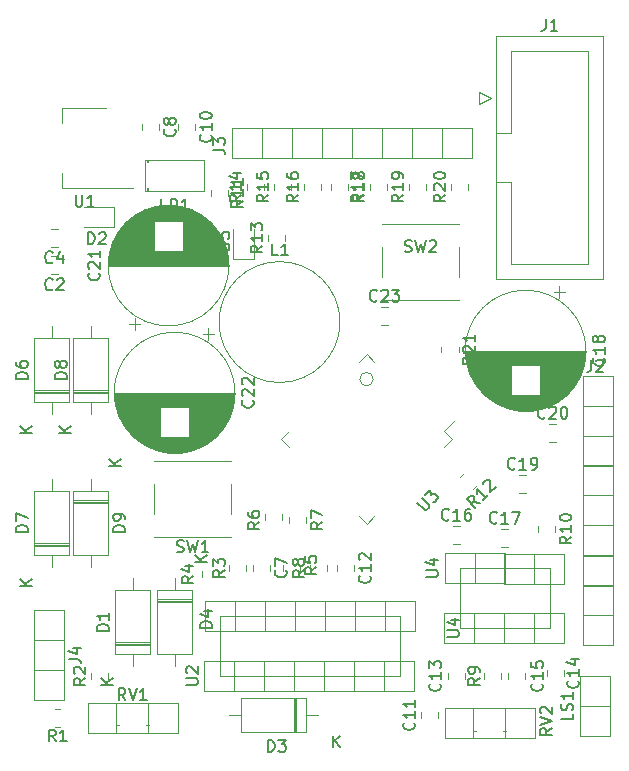
<source format=gto>
%TF.GenerationSoftware,KiCad,Pcbnew,(6.0.4)*%
%TF.CreationDate,2022-04-18T09:54:31-07:00*%
%TF.ProjectId,stm32f091_project_condensed_v02,73746d33-3266-4303-9931-5f70726f6a65,v01*%
%TF.SameCoordinates,Original*%
%TF.FileFunction,Legend,Top*%
%TF.FilePolarity,Positive*%
%FSLAX46Y46*%
G04 Gerber Fmt 4.6, Leading zero omitted, Abs format (unit mm)*
G04 Created by KiCad (PCBNEW (6.0.4)) date 2022-04-18 09:54:31*
%MOMM*%
%LPD*%
G01*
G04 APERTURE LIST*
%ADD10C,0.120000*%
%ADD11C,0.150000*%
G04 APERTURE END LIST*
D10*
X120473581Y-111684760D02*
G75*
G03*
X120473581Y-111684760I-567961J0D01*
G01*
D11*
%TO.C,J3*%
X106924000Y-92252093D02*
X107638286Y-92252093D01*
X107781143Y-92299712D01*
X107876381Y-92394950D01*
X107924000Y-92537807D01*
X107924000Y-92633045D01*
X106924000Y-91871140D02*
X106924000Y-91252093D01*
X107304953Y-91585426D01*
X107304953Y-91442569D01*
X107352572Y-91347331D01*
X107400191Y-91299712D01*
X107495429Y-91252093D01*
X107733524Y-91252093D01*
X107828762Y-91299712D01*
X107876381Y-91347331D01*
X107924000Y-91442569D01*
X107924000Y-91728283D01*
X107876381Y-91823521D01*
X107828762Y-91871140D01*
%TO.C,C20*%
X135010762Y-114933902D02*
X134963143Y-114981521D01*
X134820286Y-115029140D01*
X134725048Y-115029140D01*
X134582191Y-114981521D01*
X134486953Y-114886283D01*
X134439334Y-114791045D01*
X134391715Y-114600569D01*
X134391715Y-114457712D01*
X134439334Y-114267236D01*
X134486953Y-114171998D01*
X134582191Y-114076760D01*
X134725048Y-114029140D01*
X134820286Y-114029140D01*
X134963143Y-114076760D01*
X135010762Y-114124379D01*
X135391715Y-114124379D02*
X135439334Y-114076760D01*
X135534572Y-114029140D01*
X135772667Y-114029140D01*
X135867905Y-114076760D01*
X135915524Y-114124379D01*
X135963143Y-114219617D01*
X135963143Y-114314855D01*
X135915524Y-114457712D01*
X135344096Y-115029140D01*
X135963143Y-115029140D01*
X136582191Y-114029140D02*
X136677429Y-114029140D01*
X136772667Y-114076760D01*
X136820286Y-114124379D01*
X136867905Y-114219617D01*
X136915524Y-114410093D01*
X136915524Y-114648188D01*
X136867905Y-114838664D01*
X136820286Y-114933902D01*
X136772667Y-114981521D01*
X136677429Y-115029140D01*
X136582191Y-115029140D01*
X136486953Y-114981521D01*
X136439334Y-114933902D01*
X136391715Y-114838664D01*
X136344096Y-114648188D01*
X136344096Y-114410093D01*
X136391715Y-114219617D01*
X136439334Y-114124379D01*
X136486953Y-114076760D01*
X136582191Y-114029140D01*
%TO.C,C18*%
X139974762Y-109919940D02*
X140022381Y-109967559D01*
X140070000Y-110110416D01*
X140070000Y-110205654D01*
X140022381Y-110348511D01*
X139927143Y-110443749D01*
X139831905Y-110491368D01*
X139641429Y-110538987D01*
X139498572Y-110538987D01*
X139308096Y-110491368D01*
X139212858Y-110443749D01*
X139117620Y-110348511D01*
X139070000Y-110205654D01*
X139070000Y-110110416D01*
X139117620Y-109967559D01*
X139165239Y-109919940D01*
X140070000Y-108967559D02*
X140070000Y-109538987D01*
X140070000Y-109253273D02*
X139070000Y-109253273D01*
X139212858Y-109348511D01*
X139308096Y-109443749D01*
X139355715Y-109538987D01*
X139498572Y-108396130D02*
X139450953Y-108491368D01*
X139403334Y-108538987D01*
X139308096Y-108586606D01*
X139260477Y-108586606D01*
X139165239Y-108538987D01*
X139117620Y-108491368D01*
X139070000Y-108396130D01*
X139070000Y-108205654D01*
X139117620Y-108110416D01*
X139165239Y-108062797D01*
X139260477Y-108015178D01*
X139308096Y-108015178D01*
X139403334Y-108062797D01*
X139450953Y-108110416D01*
X139498572Y-108205654D01*
X139498572Y-108396130D01*
X139546191Y-108491368D01*
X139593810Y-108538987D01*
X139689048Y-108586606D01*
X139879524Y-108586606D01*
X139974762Y-108538987D01*
X140022381Y-108491368D01*
X140070000Y-108396130D01*
X140070000Y-108205654D01*
X140022381Y-108110416D01*
X139974762Y-108062797D01*
X139879524Y-108015178D01*
X139689048Y-108015178D01*
X139593810Y-108062797D01*
X139546191Y-108110416D01*
X139498572Y-108205654D01*
%TO.C,R18*%
X119724000Y-96071617D02*
X119247810Y-96404950D01*
X119724000Y-96643045D02*
X118724000Y-96643045D01*
X118724000Y-96262093D01*
X118771620Y-96166855D01*
X118819239Y-96119236D01*
X118914477Y-96071617D01*
X119057334Y-96071617D01*
X119152572Y-96119236D01*
X119200191Y-96166855D01*
X119247810Y-96262093D01*
X119247810Y-96643045D01*
X119724000Y-95119236D02*
X119724000Y-95690664D01*
X119724000Y-95404950D02*
X118724000Y-95404950D01*
X118866858Y-95500188D01*
X118962096Y-95595426D01*
X119009715Y-95690664D01*
X119152572Y-94547807D02*
X119104953Y-94643045D01*
X119057334Y-94690664D01*
X118962096Y-94738283D01*
X118914477Y-94738283D01*
X118819239Y-94690664D01*
X118771620Y-94643045D01*
X118724000Y-94547807D01*
X118724000Y-94357331D01*
X118771620Y-94262093D01*
X118819239Y-94214474D01*
X118914477Y-94166855D01*
X118962096Y-94166855D01*
X119057334Y-94214474D01*
X119104953Y-94262093D01*
X119152572Y-94357331D01*
X119152572Y-94547807D01*
X119200191Y-94643045D01*
X119247810Y-94690664D01*
X119343048Y-94738283D01*
X119533524Y-94738283D01*
X119628762Y-94690664D01*
X119676381Y-94643045D01*
X119724000Y-94547807D01*
X119724000Y-94357331D01*
X119676381Y-94262093D01*
X119628762Y-94214474D01*
X119533524Y-94166855D01*
X119343048Y-94166855D01*
X119247810Y-94214474D01*
X119200191Y-94262093D01*
X119152572Y-94357331D01*
%TO.C,D3*%
X111547524Y-143239140D02*
X111547524Y-142239140D01*
X111785620Y-142239140D01*
X111928477Y-142286760D01*
X112023715Y-142381998D01*
X112071334Y-142477236D01*
X112118953Y-142667712D01*
X112118953Y-142810569D01*
X112071334Y-143001045D01*
X112023715Y-143096283D01*
X111928477Y-143191521D01*
X111785620Y-143239140D01*
X111547524Y-143239140D01*
X112452286Y-142239140D02*
X113071334Y-142239140D01*
X112738000Y-142620093D01*
X112880858Y-142620093D01*
X112976096Y-142667712D01*
X113023715Y-142715331D01*
X113071334Y-142810569D01*
X113071334Y-143048664D01*
X113023715Y-143143902D01*
X112976096Y-143191521D01*
X112880858Y-143239140D01*
X112595143Y-143239140D01*
X112499905Y-143191521D01*
X112452286Y-143143902D01*
X117103715Y-142869140D02*
X117103715Y-141869140D01*
X117675143Y-142869140D02*
X117246572Y-142297712D01*
X117675143Y-141869140D02*
X117103715Y-142440569D01*
%TO.C,C15*%
X134740762Y-137473617D02*
X134788381Y-137521236D01*
X134836000Y-137664093D01*
X134836000Y-137759331D01*
X134788381Y-137902188D01*
X134693143Y-137997426D01*
X134597905Y-138045045D01*
X134407429Y-138092664D01*
X134264572Y-138092664D01*
X134074096Y-138045045D01*
X133978858Y-137997426D01*
X133883620Y-137902188D01*
X133836000Y-137759331D01*
X133836000Y-137664093D01*
X133883620Y-137521236D01*
X133931239Y-137473617D01*
X134836000Y-136521236D02*
X134836000Y-137092664D01*
X134836000Y-136806950D02*
X133836000Y-136806950D01*
X133978858Y-136902188D01*
X134074096Y-136997426D01*
X134121715Y-137092664D01*
X133836000Y-135616474D02*
X133836000Y-136092664D01*
X134312191Y-136140283D01*
X134264572Y-136092664D01*
X134216953Y-135997426D01*
X134216953Y-135759331D01*
X134264572Y-135664093D01*
X134312191Y-135616474D01*
X134407429Y-135568855D01*
X134645524Y-135568855D01*
X134740762Y-135616474D01*
X134788381Y-135664093D01*
X134836000Y-135759331D01*
X134836000Y-135997426D01*
X134788381Y-136092664D01*
X134740762Y-136140283D01*
%TO.C,C4*%
X93322953Y-101783901D02*
X93275334Y-101831520D01*
X93132477Y-101879139D01*
X93037239Y-101879139D01*
X92894381Y-101831520D01*
X92799143Y-101736282D01*
X92751524Y-101641044D01*
X92703905Y-101450568D01*
X92703905Y-101307711D01*
X92751524Y-101117235D01*
X92799143Y-101021997D01*
X92894381Y-100926759D01*
X93037239Y-100879139D01*
X93132477Y-100879139D01*
X93275334Y-100926759D01*
X93322953Y-100974378D01*
X94180096Y-101212473D02*
X94180096Y-101879139D01*
X93942000Y-100831520D02*
X93703905Y-101545806D01*
X94322953Y-101545806D01*
%TO.C,D5*%
X108293000Y-100738855D02*
X107293000Y-100738855D01*
X107293000Y-100500760D01*
X107340620Y-100357902D01*
X107435858Y-100262664D01*
X107531096Y-100215045D01*
X107721572Y-100167426D01*
X107864429Y-100167426D01*
X108054905Y-100215045D01*
X108150143Y-100262664D01*
X108245381Y-100357902D01*
X108293000Y-100500760D01*
X108293000Y-100738855D01*
X107293000Y-99262664D02*
X107293000Y-99738855D01*
X107769191Y-99786474D01*
X107721572Y-99738855D01*
X107673953Y-99643617D01*
X107673953Y-99405521D01*
X107721572Y-99310283D01*
X107769191Y-99262664D01*
X107864429Y-99215045D01*
X108102524Y-99215045D01*
X108197762Y-99262664D01*
X108245381Y-99310283D01*
X108293000Y-99405521D01*
X108293000Y-99643617D01*
X108245381Y-99738855D01*
X108197762Y-99786474D01*
%TO.C,C16*%
X126882762Y-123569902D02*
X126835143Y-123617521D01*
X126692286Y-123665140D01*
X126597048Y-123665140D01*
X126454191Y-123617521D01*
X126358953Y-123522283D01*
X126311334Y-123427045D01*
X126263715Y-123236569D01*
X126263715Y-123093712D01*
X126311334Y-122903236D01*
X126358953Y-122807998D01*
X126454191Y-122712760D01*
X126597048Y-122665140D01*
X126692286Y-122665140D01*
X126835143Y-122712760D01*
X126882762Y-122760379D01*
X127835143Y-123665140D02*
X127263715Y-123665140D01*
X127549429Y-123665140D02*
X127549429Y-122665140D01*
X127454191Y-122807998D01*
X127358953Y-122903236D01*
X127263715Y-122950855D01*
X128692286Y-122665140D02*
X128501810Y-122665140D01*
X128406572Y-122712760D01*
X128358953Y-122760379D01*
X128263715Y-122903236D01*
X128216096Y-123093712D01*
X128216096Y-123474664D01*
X128263715Y-123569902D01*
X128311334Y-123617521D01*
X128406572Y-123665140D01*
X128597048Y-123665140D01*
X128692286Y-123617521D01*
X128739905Y-123569902D01*
X128787524Y-123474664D01*
X128787524Y-123236569D01*
X128739905Y-123141331D01*
X128692286Y-123093712D01*
X128597048Y-123046093D01*
X128406572Y-123046093D01*
X128311334Y-123093712D01*
X128263715Y-123141331D01*
X128216096Y-123236569D01*
%TO.C,RV1*%
X99498381Y-138870640D02*
X99165048Y-138394450D01*
X98926953Y-138870640D02*
X98926953Y-137870640D01*
X99307905Y-137870640D01*
X99403143Y-137918260D01*
X99450762Y-137965879D01*
X99498381Y-138061117D01*
X99498381Y-138203974D01*
X99450762Y-138299212D01*
X99403143Y-138346831D01*
X99307905Y-138394450D01*
X98926953Y-138394450D01*
X99784096Y-137870640D02*
X100117429Y-138870640D01*
X100450762Y-137870640D01*
X101307905Y-138870640D02*
X100736477Y-138870640D01*
X101022191Y-138870640D02*
X101022191Y-137870640D01*
X100926953Y-138013498D01*
X100831715Y-138108736D01*
X100736477Y-138156355D01*
%TO.C,J4*%
X94720000Y-135386093D02*
X95434286Y-135386093D01*
X95577143Y-135433712D01*
X95672381Y-135528950D01*
X95720000Y-135671807D01*
X95720000Y-135767045D01*
X95053334Y-134481331D02*
X95720000Y-134481331D01*
X94672381Y-134719426D02*
X95386667Y-134957521D01*
X95386667Y-134338474D01*
%TO.C,C12*%
X120164762Y-128329617D02*
X120212381Y-128377236D01*
X120260000Y-128520093D01*
X120260000Y-128615331D01*
X120212381Y-128758188D01*
X120117143Y-128853426D01*
X120021905Y-128901045D01*
X119831429Y-128948664D01*
X119688572Y-128948664D01*
X119498096Y-128901045D01*
X119402858Y-128853426D01*
X119307620Y-128758188D01*
X119260000Y-128615331D01*
X119260000Y-128520093D01*
X119307620Y-128377236D01*
X119355239Y-128329617D01*
X120260000Y-127377236D02*
X120260000Y-127948664D01*
X120260000Y-127662950D02*
X119260000Y-127662950D01*
X119402858Y-127758188D01*
X119498096Y-127853426D01*
X119545715Y-127948664D01*
X119355239Y-126996283D02*
X119307620Y-126948664D01*
X119260000Y-126853426D01*
X119260000Y-126615331D01*
X119307620Y-126520093D01*
X119355239Y-126472474D01*
X119450477Y-126424855D01*
X119545715Y-126424855D01*
X119688572Y-126472474D01*
X120260000Y-127043902D01*
X120260000Y-126424855D01*
%TO.C,D7*%
X91218000Y-124614855D02*
X90218000Y-124614855D01*
X90218000Y-124376760D01*
X90265620Y-124233902D01*
X90360858Y-124138664D01*
X90456096Y-124091045D01*
X90646572Y-124043426D01*
X90789429Y-124043426D01*
X90979905Y-124091045D01*
X91075143Y-124138664D01*
X91170381Y-124233902D01*
X91218000Y-124376760D01*
X91218000Y-124614855D01*
X90218000Y-123710093D02*
X90218000Y-123043426D01*
X91218000Y-123471998D01*
X91588000Y-129218664D02*
X90588000Y-129218664D01*
X91588000Y-128647236D02*
X91016572Y-129075807D01*
X90588000Y-128647236D02*
X91159429Y-129218664D01*
%TO.C,SW1*%
X103840286Y-126299521D02*
X103983143Y-126347140D01*
X104221239Y-126347140D01*
X104316477Y-126299521D01*
X104364096Y-126251902D01*
X104411715Y-126156664D01*
X104411715Y-126061426D01*
X104364096Y-125966188D01*
X104316477Y-125918569D01*
X104221239Y-125870950D01*
X104030762Y-125823331D01*
X103935524Y-125775712D01*
X103887905Y-125728093D01*
X103840286Y-125632855D01*
X103840286Y-125537617D01*
X103887905Y-125442379D01*
X103935524Y-125394760D01*
X104030762Y-125347140D01*
X104268858Y-125347140D01*
X104411715Y-125394760D01*
X104745048Y-125347140D02*
X104983143Y-126347140D01*
X105173620Y-125632855D01*
X105364096Y-126347140D01*
X105602191Y-125347140D01*
X106506953Y-126347140D02*
X105935524Y-126347140D01*
X106221239Y-126347140D02*
X106221239Y-125347140D01*
X106126000Y-125489998D01*
X106030762Y-125585236D01*
X105935524Y-125632855D01*
%TO.C,R3*%
X107912000Y-127853426D02*
X107435810Y-128186760D01*
X107912000Y-128424855D02*
X106912000Y-128424855D01*
X106912000Y-128043902D01*
X106959620Y-127948664D01*
X107007239Y-127901045D01*
X107102477Y-127853426D01*
X107245334Y-127853426D01*
X107340572Y-127901045D01*
X107388191Y-127948664D01*
X107435810Y-128043902D01*
X107435810Y-128424855D01*
X106912000Y-127520093D02*
X106912000Y-126901045D01*
X107292953Y-127234379D01*
X107292953Y-127091521D01*
X107340572Y-126996283D01*
X107388191Y-126948664D01*
X107483429Y-126901045D01*
X107721524Y-126901045D01*
X107816762Y-126948664D01*
X107864381Y-126996283D01*
X107912000Y-127091521D01*
X107912000Y-127377236D01*
X107864381Y-127472474D01*
X107816762Y-127520093D01*
%TO.C,100mH1*%
X112412953Y-101215140D02*
X111936762Y-101215140D01*
X111936762Y-100215140D01*
X113270096Y-101215140D02*
X112698667Y-101215140D01*
X112984381Y-101215140D02*
X112984381Y-100215140D01*
X112889143Y-100357998D01*
X112793905Y-100453236D01*
X112698667Y-100500855D01*
%TO.C,R4*%
X105245000Y-128361426D02*
X104768810Y-128694760D01*
X105245000Y-128932855D02*
X104245000Y-128932855D01*
X104245000Y-128551902D01*
X104292620Y-128456664D01*
X104340239Y-128409045D01*
X104435477Y-128361426D01*
X104578334Y-128361426D01*
X104673572Y-128409045D01*
X104721191Y-128456664D01*
X104768810Y-128551902D01*
X104768810Y-128932855D01*
X104578334Y-127504283D02*
X105245000Y-127504283D01*
X104197381Y-127742379D02*
X104911667Y-127980474D01*
X104911667Y-127361426D01*
%TO.C,D9*%
X99460000Y-124614855D02*
X98460000Y-124614855D01*
X98460000Y-124376760D01*
X98507620Y-124233902D01*
X98602858Y-124138664D01*
X98698096Y-124091045D01*
X98888572Y-124043426D01*
X99031429Y-124043426D01*
X99221905Y-124091045D01*
X99317143Y-124138664D01*
X99412381Y-124233902D01*
X99460000Y-124376760D01*
X99460000Y-124614855D01*
X99460000Y-123567236D02*
X99460000Y-123376760D01*
X99412381Y-123281521D01*
X99364762Y-123233902D01*
X99221905Y-123138664D01*
X99031429Y-123091045D01*
X98650477Y-123091045D01*
X98555239Y-123138664D01*
X98507620Y-123186283D01*
X98460000Y-123281521D01*
X98460000Y-123471998D01*
X98507620Y-123567236D01*
X98555239Y-123614855D01*
X98650477Y-123662474D01*
X98888572Y-123662474D01*
X98983810Y-123614855D01*
X99031429Y-123567236D01*
X99079048Y-123471998D01*
X99079048Y-123281521D01*
X99031429Y-123186283D01*
X98983810Y-123138664D01*
X98888572Y-123091045D01*
X99090000Y-119058664D02*
X98090000Y-119058664D01*
X99090000Y-118487236D02*
X98518572Y-118915807D01*
X98090000Y-118487236D02*
X98661429Y-119058664D01*
%TO.C,R8*%
X114644000Y-127853426D02*
X114167810Y-128186760D01*
X114644000Y-128424855D02*
X113644000Y-128424855D01*
X113644000Y-128043902D01*
X113691620Y-127948664D01*
X113739239Y-127901045D01*
X113834477Y-127853426D01*
X113977334Y-127853426D01*
X114072572Y-127901045D01*
X114120191Y-127948664D01*
X114167810Y-128043902D01*
X114167810Y-128424855D01*
X114072572Y-127281998D02*
X114024953Y-127377236D01*
X113977334Y-127424855D01*
X113882096Y-127472474D01*
X113834477Y-127472474D01*
X113739239Y-127424855D01*
X113691620Y-127377236D01*
X113644000Y-127281998D01*
X113644000Y-127091521D01*
X113691620Y-126996283D01*
X113739239Y-126948664D01*
X113834477Y-126901045D01*
X113882096Y-126901045D01*
X113977334Y-126948664D01*
X114024953Y-126996283D01*
X114072572Y-127091521D01*
X114072572Y-127281998D01*
X114120191Y-127377236D01*
X114167810Y-127424855D01*
X114263048Y-127472474D01*
X114453524Y-127472474D01*
X114548762Y-127424855D01*
X114596381Y-127377236D01*
X114644000Y-127281998D01*
X114644000Y-127091521D01*
X114596381Y-126996283D01*
X114548762Y-126948664D01*
X114453524Y-126901045D01*
X114263048Y-126901045D01*
X114167810Y-126948664D01*
X114120191Y-126996283D01*
X114072572Y-127091521D01*
%TO.C,LS1*%
X137376000Y-140013617D02*
X137376000Y-140489807D01*
X136376000Y-140489807D01*
X137328381Y-139727902D02*
X137376000Y-139585045D01*
X137376000Y-139346950D01*
X137328381Y-139251712D01*
X137280762Y-139204093D01*
X137185524Y-139156474D01*
X137090286Y-139156474D01*
X136995048Y-139204093D01*
X136947429Y-139251712D01*
X136899810Y-139346950D01*
X136852191Y-139537426D01*
X136804572Y-139632664D01*
X136756953Y-139680283D01*
X136661715Y-139727902D01*
X136566477Y-139727902D01*
X136471239Y-139680283D01*
X136423620Y-139632664D01*
X136376000Y-139537426D01*
X136376000Y-139299331D01*
X136423620Y-139156474D01*
X137376000Y-138204093D02*
X137376000Y-138775521D01*
X137376000Y-138489807D02*
X136376000Y-138489807D01*
X136518858Y-138585045D01*
X136614096Y-138680283D01*
X136661715Y-138775521D01*
%TO.C,SW2*%
X123144286Y-100883521D02*
X123287143Y-100931140D01*
X123525239Y-100931140D01*
X123620477Y-100883521D01*
X123668096Y-100835902D01*
X123715715Y-100740664D01*
X123715715Y-100645426D01*
X123668096Y-100550188D01*
X123620477Y-100502569D01*
X123525239Y-100454950D01*
X123334762Y-100407331D01*
X123239524Y-100359712D01*
X123191905Y-100312093D01*
X123144286Y-100216855D01*
X123144286Y-100121617D01*
X123191905Y-100026379D01*
X123239524Y-99978760D01*
X123334762Y-99931140D01*
X123572858Y-99931140D01*
X123715715Y-99978760D01*
X124049048Y-99931140D02*
X124287143Y-100931140D01*
X124477620Y-100216855D01*
X124668096Y-100931140D01*
X124906191Y-99931140D01*
X125239524Y-100026379D02*
X125287143Y-99978760D01*
X125382381Y-99931140D01*
X125620477Y-99931140D01*
X125715715Y-99978760D01*
X125763334Y-100026379D01*
X125810953Y-100121617D01*
X125810953Y-100216855D01*
X125763334Y-100359712D01*
X125191905Y-100931140D01*
X125810953Y-100931140D01*
%TO.C,R9*%
X129502000Y-136997426D02*
X129025810Y-137330760D01*
X129502000Y-137568855D02*
X128502000Y-137568855D01*
X128502000Y-137187902D01*
X128549620Y-137092664D01*
X128597239Y-137045045D01*
X128692477Y-136997426D01*
X128835334Y-136997426D01*
X128930572Y-137045045D01*
X128978191Y-137092664D01*
X129025810Y-137187902D01*
X129025810Y-137568855D01*
X129502000Y-136521236D02*
X129502000Y-136330760D01*
X129454381Y-136235521D01*
X129406762Y-136187902D01*
X129263905Y-136092664D01*
X129073429Y-136045045D01*
X128692477Y-136045045D01*
X128597239Y-136092664D01*
X128549620Y-136140283D01*
X128502000Y-136235521D01*
X128502000Y-136425998D01*
X128549620Y-136521236D01*
X128597239Y-136568855D01*
X128692477Y-136616474D01*
X128930572Y-136616474D01*
X129025810Y-136568855D01*
X129073429Y-136521236D01*
X129121048Y-136425998D01*
X129121048Y-136235521D01*
X129073429Y-136140283D01*
X129025810Y-136092664D01*
X128930572Y-136045045D01*
%TO.C,R5*%
X115658000Y-127599426D02*
X115181810Y-127932760D01*
X115658000Y-128170855D02*
X114658000Y-128170855D01*
X114658000Y-127789902D01*
X114705620Y-127694664D01*
X114753239Y-127647045D01*
X114848477Y-127599426D01*
X114991334Y-127599426D01*
X115086572Y-127647045D01*
X115134191Y-127694664D01*
X115181810Y-127789902D01*
X115181810Y-128170855D01*
X114658000Y-126694664D02*
X114658000Y-127170855D01*
X115134191Y-127218474D01*
X115086572Y-127170855D01*
X115038953Y-127075617D01*
X115038953Y-126837521D01*
X115086572Y-126742283D01*
X115134191Y-126694664D01*
X115229429Y-126647045D01*
X115467524Y-126647045D01*
X115562762Y-126694664D01*
X115610381Y-126742283D01*
X115658000Y-126837521D01*
X115658000Y-127075617D01*
X115610381Y-127170855D01*
X115562762Y-127218474D01*
%TO.C,R11*%
X109436000Y-96579617D02*
X108959810Y-96912950D01*
X109436000Y-97151045D02*
X108436000Y-97151045D01*
X108436000Y-96770093D01*
X108483620Y-96674855D01*
X108531239Y-96627236D01*
X108626477Y-96579617D01*
X108769334Y-96579617D01*
X108864572Y-96627236D01*
X108912191Y-96674855D01*
X108959810Y-96770093D01*
X108959810Y-97151045D01*
X109436000Y-95627236D02*
X109436000Y-96198664D01*
X109436000Y-95912950D02*
X108436000Y-95912950D01*
X108578858Y-96008188D01*
X108674096Y-96103426D01*
X108721715Y-96198664D01*
X109436000Y-94674855D02*
X109436000Y-95246283D01*
X109436000Y-94960569D02*
X108436000Y-94960569D01*
X108578858Y-95055807D01*
X108674096Y-95151045D01*
X108721715Y-95246283D01*
%TO.C,U2*%
X104626000Y-137592664D02*
X105435524Y-137592664D01*
X105530762Y-137545045D01*
X105578381Y-137497426D01*
X105626000Y-137402188D01*
X105626000Y-137211712D01*
X105578381Y-137116474D01*
X105530762Y-137068855D01*
X105435524Y-137021236D01*
X104626000Y-137021236D01*
X104721239Y-136592664D02*
X104673620Y-136545045D01*
X104626000Y-136449807D01*
X104626000Y-136211712D01*
X104673620Y-136116474D01*
X104721239Y-136068855D01*
X104816477Y-136021236D01*
X104911715Y-136021236D01*
X105054572Y-136068855D01*
X105626000Y-136640283D01*
X105626000Y-136021236D01*
%TO.C,C19*%
X132470762Y-119251902D02*
X132423143Y-119299521D01*
X132280286Y-119347140D01*
X132185048Y-119347140D01*
X132042191Y-119299521D01*
X131946953Y-119204283D01*
X131899334Y-119109045D01*
X131851715Y-118918569D01*
X131851715Y-118775712D01*
X131899334Y-118585236D01*
X131946953Y-118489998D01*
X132042191Y-118394760D01*
X132185048Y-118347140D01*
X132280286Y-118347140D01*
X132423143Y-118394760D01*
X132470762Y-118442379D01*
X133423143Y-119347140D02*
X132851715Y-119347140D01*
X133137429Y-119347140D02*
X133137429Y-118347140D01*
X133042191Y-118489998D01*
X132946953Y-118585236D01*
X132851715Y-118632855D01*
X133899334Y-119347140D02*
X134089810Y-119347140D01*
X134185048Y-119299521D01*
X134232667Y-119251902D01*
X134327905Y-119109045D01*
X134375524Y-118918569D01*
X134375524Y-118537617D01*
X134327905Y-118442379D01*
X134280286Y-118394760D01*
X134185048Y-118347140D01*
X133994572Y-118347140D01*
X133899334Y-118394760D01*
X133851715Y-118442379D01*
X133804096Y-118537617D01*
X133804096Y-118775712D01*
X133851715Y-118870950D01*
X133899334Y-118918569D01*
X133994572Y-118966188D01*
X134185048Y-118966188D01*
X134280286Y-118918569D01*
X134327905Y-118870950D01*
X134375524Y-118775712D01*
%TO.C,C11*%
X123916762Y-140775617D02*
X123964381Y-140823236D01*
X124012000Y-140966093D01*
X124012000Y-141061331D01*
X123964381Y-141204188D01*
X123869143Y-141299426D01*
X123773905Y-141347045D01*
X123583429Y-141394664D01*
X123440572Y-141394664D01*
X123250096Y-141347045D01*
X123154858Y-141299426D01*
X123059620Y-141204188D01*
X123012000Y-141061331D01*
X123012000Y-140966093D01*
X123059620Y-140823236D01*
X123107239Y-140775617D01*
X124012000Y-139823236D02*
X124012000Y-140394664D01*
X124012000Y-140108950D02*
X123012000Y-140108950D01*
X123154858Y-140204188D01*
X123250096Y-140299426D01*
X123297715Y-140394664D01*
X124012000Y-138870855D02*
X124012000Y-139442283D01*
X124012000Y-139156569D02*
X123012000Y-139156569D01*
X123154858Y-139251807D01*
X123250096Y-139347045D01*
X123297715Y-139442283D01*
%TO.C,U3*%
X124212236Y-122148872D02*
X124784656Y-122721292D01*
X124885671Y-122754964D01*
X124953015Y-122754964D01*
X125054030Y-122721292D01*
X125188717Y-122586605D01*
X125222389Y-122485590D01*
X125222389Y-122418246D01*
X125188717Y-122317231D01*
X124616297Y-121744811D01*
X124885671Y-121475437D02*
X125323404Y-121037705D01*
X125357076Y-121542781D01*
X125458091Y-121441766D01*
X125559106Y-121408094D01*
X125626450Y-121408094D01*
X125727465Y-121441766D01*
X125895824Y-121610124D01*
X125929496Y-121711140D01*
X125929496Y-121778483D01*
X125895824Y-121879498D01*
X125693793Y-122081529D01*
X125592778Y-122115201D01*
X125525435Y-122115201D01*
%TO.C,D1*%
X98076000Y-132996855D02*
X97076000Y-132996855D01*
X97076000Y-132758760D01*
X97123620Y-132615902D01*
X97218858Y-132520664D01*
X97314096Y-132473045D01*
X97504572Y-132425426D01*
X97647429Y-132425426D01*
X97837905Y-132473045D01*
X97933143Y-132520664D01*
X98028381Y-132615902D01*
X98076000Y-132758760D01*
X98076000Y-132996855D01*
X98076000Y-131473045D02*
X98076000Y-132044474D01*
X98076000Y-131758760D02*
X97076000Y-131758760D01*
X97218858Y-131853998D01*
X97314096Y-131949236D01*
X97361715Y-132044474D01*
X98446000Y-137600664D02*
X97446000Y-137600664D01*
X98446000Y-137029236D02*
X97874572Y-137457807D01*
X97446000Y-137029236D02*
X98017429Y-137600664D01*
%TO.C,R6*%
X110834000Y-123789426D02*
X110357810Y-124122760D01*
X110834000Y-124360855D02*
X109834000Y-124360855D01*
X109834000Y-123979902D01*
X109881620Y-123884664D01*
X109929239Y-123837045D01*
X110024477Y-123789426D01*
X110167334Y-123789426D01*
X110262572Y-123837045D01*
X110310191Y-123884664D01*
X110357810Y-123979902D01*
X110357810Y-124360855D01*
X109834000Y-122932283D02*
X109834000Y-123122760D01*
X109881620Y-123217998D01*
X109929239Y-123265617D01*
X110072096Y-123360855D01*
X110262572Y-123408474D01*
X110643524Y-123408474D01*
X110738762Y-123360855D01*
X110786381Y-123313236D01*
X110834000Y-123217998D01*
X110834000Y-123027521D01*
X110786381Y-122932283D01*
X110738762Y-122884664D01*
X110643524Y-122837045D01*
X110405429Y-122837045D01*
X110310191Y-122884664D01*
X110262572Y-122932283D01*
X110214953Y-123027521D01*
X110214953Y-123217998D01*
X110262572Y-123313236D01*
X110310191Y-123360855D01*
X110405429Y-123408474D01*
%TO.C,RV2*%
X135598000Y-141235998D02*
X135121810Y-141569331D01*
X135598000Y-141807426D02*
X134598000Y-141807426D01*
X134598000Y-141426474D01*
X134645620Y-141331236D01*
X134693239Y-141283617D01*
X134788477Y-141235998D01*
X134931334Y-141235998D01*
X135026572Y-141283617D01*
X135074191Y-141331236D01*
X135121810Y-141426474D01*
X135121810Y-141807426D01*
X134598000Y-140950283D02*
X135598000Y-140616950D01*
X134598000Y-140283617D01*
X134693239Y-139997902D02*
X134645620Y-139950283D01*
X134598000Y-139855045D01*
X134598000Y-139616950D01*
X134645620Y-139521712D01*
X134693239Y-139474093D01*
X134788477Y-139426474D01*
X134883715Y-139426474D01*
X135026572Y-139474093D01*
X135598000Y-140045521D01*
X135598000Y-139426474D01*
%TO.C,LD1*%
X102977953Y-97405140D02*
X102501762Y-97405140D01*
X102501762Y-96405140D01*
X103311286Y-97405140D02*
X103311286Y-96405140D01*
X103549381Y-96405140D01*
X103692239Y-96452760D01*
X103787477Y-96547998D01*
X103835096Y-96643236D01*
X103882715Y-96833712D01*
X103882715Y-96976569D01*
X103835096Y-97167045D01*
X103787477Y-97262283D01*
X103692239Y-97357521D01*
X103549381Y-97405140D01*
X103311286Y-97405140D01*
X104835096Y-97405140D02*
X104263667Y-97405140D01*
X104549381Y-97405140D02*
X104549381Y-96405140D01*
X104454143Y-96547998D01*
X104358905Y-96643236D01*
X104263667Y-96690855D01*
%TO.C,R19*%
X123026000Y-96071617D02*
X122549810Y-96404950D01*
X123026000Y-96643045D02*
X122026000Y-96643045D01*
X122026000Y-96262093D01*
X122073620Y-96166855D01*
X122121239Y-96119236D01*
X122216477Y-96071617D01*
X122359334Y-96071617D01*
X122454572Y-96119236D01*
X122502191Y-96166855D01*
X122549810Y-96262093D01*
X122549810Y-96643045D01*
X123026000Y-95119236D02*
X123026000Y-95690664D01*
X123026000Y-95404950D02*
X122026000Y-95404950D01*
X122168858Y-95500188D01*
X122264096Y-95595426D01*
X122311715Y-95690664D01*
X123026000Y-94643045D02*
X123026000Y-94452569D01*
X122978381Y-94357331D01*
X122930762Y-94309712D01*
X122787905Y-94214474D01*
X122597429Y-94166855D01*
X122216477Y-94166855D01*
X122121239Y-94214474D01*
X122073620Y-94262093D01*
X122026000Y-94357331D01*
X122026000Y-94547807D01*
X122073620Y-94643045D01*
X122121239Y-94690664D01*
X122216477Y-94738283D01*
X122454572Y-94738283D01*
X122549810Y-94690664D01*
X122597429Y-94643045D01*
X122645048Y-94547807D01*
X122645048Y-94357331D01*
X122597429Y-94262093D01*
X122549810Y-94214474D01*
X122454572Y-94166855D01*
%TO.C,C23*%
X120786762Y-105027902D02*
X120739143Y-105075521D01*
X120596286Y-105123140D01*
X120501048Y-105123140D01*
X120358191Y-105075521D01*
X120262953Y-104980283D01*
X120215334Y-104885045D01*
X120167715Y-104694569D01*
X120167715Y-104551712D01*
X120215334Y-104361236D01*
X120262953Y-104265998D01*
X120358191Y-104170760D01*
X120501048Y-104123140D01*
X120596286Y-104123140D01*
X120739143Y-104170760D01*
X120786762Y-104218379D01*
X121167715Y-104218379D02*
X121215334Y-104170760D01*
X121310572Y-104123140D01*
X121548667Y-104123140D01*
X121643905Y-104170760D01*
X121691524Y-104218379D01*
X121739143Y-104313617D01*
X121739143Y-104408855D01*
X121691524Y-104551712D01*
X121120096Y-105123140D01*
X121739143Y-105123140D01*
X122072477Y-104123140D02*
X122691524Y-104123140D01*
X122358191Y-104504093D01*
X122501048Y-104504093D01*
X122596286Y-104551712D01*
X122643905Y-104599331D01*
X122691524Y-104694569D01*
X122691524Y-104932664D01*
X122643905Y-105027902D01*
X122596286Y-105075521D01*
X122501048Y-105123140D01*
X122215334Y-105123140D01*
X122120096Y-105075521D01*
X122072477Y-105027902D01*
%TO.C,C2*%
X93322953Y-104069901D02*
X93275334Y-104117520D01*
X93132477Y-104165139D01*
X93037239Y-104165139D01*
X92894381Y-104117520D01*
X92799143Y-104022282D01*
X92751524Y-103927044D01*
X92703905Y-103736568D01*
X92703905Y-103593711D01*
X92751524Y-103403235D01*
X92799143Y-103307997D01*
X92894381Y-103212759D01*
X93037239Y-103165139D01*
X93132477Y-103165139D01*
X93275334Y-103212759D01*
X93322953Y-103260378D01*
X93703905Y-103260378D02*
X93751524Y-103212759D01*
X93846762Y-103165139D01*
X94084858Y-103165139D01*
X94180096Y-103212759D01*
X94227715Y-103260378D01*
X94275334Y-103355616D01*
X94275334Y-103450854D01*
X94227715Y-103593711D01*
X93656286Y-104165139D01*
X94275334Y-104165139D01*
%TO.C,R20*%
X126582000Y-96071617D02*
X126105810Y-96404950D01*
X126582000Y-96643045D02*
X125582000Y-96643045D01*
X125582000Y-96262093D01*
X125629620Y-96166855D01*
X125677239Y-96119236D01*
X125772477Y-96071617D01*
X125915334Y-96071617D01*
X126010572Y-96119236D01*
X126058191Y-96166855D01*
X126105810Y-96262093D01*
X126105810Y-96643045D01*
X125677239Y-95690664D02*
X125629620Y-95643045D01*
X125582000Y-95547807D01*
X125582000Y-95309712D01*
X125629620Y-95214474D01*
X125677239Y-95166855D01*
X125772477Y-95119236D01*
X125867715Y-95119236D01*
X126010572Y-95166855D01*
X126582000Y-95738283D01*
X126582000Y-95119236D01*
X125582000Y-94500188D02*
X125582000Y-94404950D01*
X125629620Y-94309712D01*
X125677239Y-94262093D01*
X125772477Y-94214474D01*
X125962953Y-94166855D01*
X126201048Y-94166855D01*
X126391524Y-94214474D01*
X126486762Y-94262093D01*
X126534381Y-94309712D01*
X126582000Y-94404950D01*
X126582000Y-94500188D01*
X126534381Y-94595426D01*
X126486762Y-94643045D01*
X126391524Y-94690664D01*
X126201048Y-94738283D01*
X125962953Y-94738283D01*
X125772477Y-94690664D01*
X125677239Y-94643045D01*
X125629620Y-94595426D01*
X125582000Y-94500188D01*
%TO.C,C22*%
X110256762Y-113475940D02*
X110304381Y-113523559D01*
X110352000Y-113666416D01*
X110352000Y-113761654D01*
X110304381Y-113904511D01*
X110209143Y-113999749D01*
X110113905Y-114047368D01*
X109923429Y-114094987D01*
X109780572Y-114094987D01*
X109590096Y-114047368D01*
X109494858Y-113999749D01*
X109399620Y-113904511D01*
X109352000Y-113761654D01*
X109352000Y-113666416D01*
X109399620Y-113523559D01*
X109447239Y-113475940D01*
X109447239Y-113094987D02*
X109399620Y-113047368D01*
X109352000Y-112952130D01*
X109352000Y-112714035D01*
X109399620Y-112618797D01*
X109447239Y-112571178D01*
X109542477Y-112523559D01*
X109637715Y-112523559D01*
X109780572Y-112571178D01*
X110352000Y-113142606D01*
X110352000Y-112523559D01*
X109447239Y-112142606D02*
X109399620Y-112094987D01*
X109352000Y-111999749D01*
X109352000Y-111761654D01*
X109399620Y-111666416D01*
X109447239Y-111618797D01*
X109542477Y-111571178D01*
X109637715Y-111571178D01*
X109780572Y-111618797D01*
X110352000Y-112190225D01*
X110352000Y-111571178D01*
%TO.C,U1*%
X95267715Y-96079140D02*
X95267715Y-96888664D01*
X95315334Y-96983902D01*
X95362953Y-97031521D01*
X95458191Y-97079140D01*
X95648667Y-97079140D01*
X95743905Y-97031521D01*
X95791524Y-96983902D01*
X95839143Y-96888664D01*
X95839143Y-96079140D01*
X96839143Y-97079140D02*
X96267715Y-97079140D01*
X96553429Y-97079140D02*
X96553429Y-96079140D01*
X96458191Y-96221998D01*
X96362953Y-96317236D01*
X96267715Y-96364855D01*
%TO.C,C21*%
X97248762Y-102715617D02*
X97296381Y-102763236D01*
X97344000Y-102906093D01*
X97344000Y-103001331D01*
X97296381Y-103144188D01*
X97201143Y-103239426D01*
X97105905Y-103287045D01*
X96915429Y-103334664D01*
X96772572Y-103334664D01*
X96582096Y-103287045D01*
X96486858Y-103239426D01*
X96391620Y-103144188D01*
X96344000Y-103001331D01*
X96344000Y-102906093D01*
X96391620Y-102763236D01*
X96439239Y-102715617D01*
X96439239Y-102334664D02*
X96391620Y-102287045D01*
X96344000Y-102191807D01*
X96344000Y-101953712D01*
X96391620Y-101858474D01*
X96439239Y-101810855D01*
X96534477Y-101763236D01*
X96629715Y-101763236D01*
X96772572Y-101810855D01*
X97344000Y-102382283D01*
X97344000Y-101763236D01*
X97344000Y-100810855D02*
X97344000Y-101382283D01*
X97344000Y-101096569D02*
X96344000Y-101096569D01*
X96486858Y-101191807D01*
X96582096Y-101287045D01*
X96629715Y-101382283D01*
%TO.C,C14*%
X137788762Y-137219617D02*
X137836381Y-137267236D01*
X137884000Y-137410093D01*
X137884000Y-137505331D01*
X137836381Y-137648188D01*
X137741143Y-137743426D01*
X137645905Y-137791045D01*
X137455429Y-137838664D01*
X137312572Y-137838664D01*
X137122096Y-137791045D01*
X137026858Y-137743426D01*
X136931620Y-137648188D01*
X136884000Y-137505331D01*
X136884000Y-137410093D01*
X136931620Y-137267236D01*
X136979239Y-137219617D01*
X137884000Y-136267236D02*
X137884000Y-136838664D01*
X137884000Y-136552950D02*
X136884000Y-136552950D01*
X137026858Y-136648188D01*
X137122096Y-136743426D01*
X137169715Y-136838664D01*
X137217334Y-135410093D02*
X137884000Y-135410093D01*
X136836381Y-135648188D02*
X137550667Y-135886283D01*
X137550667Y-135267236D01*
%TO.C,R1*%
X93576953Y-142363140D02*
X93243620Y-141886950D01*
X93005524Y-142363140D02*
X93005524Y-141363140D01*
X93386477Y-141363140D01*
X93481715Y-141410760D01*
X93529334Y-141458379D01*
X93576953Y-141553617D01*
X93576953Y-141696474D01*
X93529334Y-141791712D01*
X93481715Y-141839331D01*
X93386477Y-141886950D01*
X93005524Y-141886950D01*
X94529334Y-142363140D02*
X93957905Y-142363140D01*
X94243620Y-142363140D02*
X94243620Y-141363140D01*
X94148381Y-141505998D01*
X94053143Y-141601236D01*
X93957905Y-141648855D01*
%TO.C,C13*%
X126104762Y-137473617D02*
X126152381Y-137521236D01*
X126200000Y-137664093D01*
X126200000Y-137759331D01*
X126152381Y-137902188D01*
X126057143Y-137997426D01*
X125961905Y-138045045D01*
X125771429Y-138092664D01*
X125628572Y-138092664D01*
X125438096Y-138045045D01*
X125342858Y-137997426D01*
X125247620Y-137902188D01*
X125200000Y-137759331D01*
X125200000Y-137664093D01*
X125247620Y-137521236D01*
X125295239Y-137473617D01*
X126200000Y-136521236D02*
X126200000Y-137092664D01*
X126200000Y-136806950D02*
X125200000Y-136806950D01*
X125342858Y-136902188D01*
X125438096Y-136997426D01*
X125485715Y-137092664D01*
X125200000Y-136187902D02*
X125200000Y-135568855D01*
X125580953Y-135902188D01*
X125580953Y-135759331D01*
X125628572Y-135664093D01*
X125676191Y-135616474D01*
X125771429Y-135568855D01*
X126009524Y-135568855D01*
X126104762Y-135616474D01*
X126152381Y-135664093D01*
X126200000Y-135759331D01*
X126200000Y-136045045D01*
X126152381Y-136140283D01*
X126104762Y-136187902D01*
%TO.C,R21*%
X129090000Y-109817617D02*
X128613810Y-110150950D01*
X129090000Y-110389045D02*
X128090000Y-110389045D01*
X128090000Y-110008093D01*
X128137620Y-109912855D01*
X128185239Y-109865236D01*
X128280477Y-109817617D01*
X128423334Y-109817617D01*
X128518572Y-109865236D01*
X128566191Y-109912855D01*
X128613810Y-110008093D01*
X128613810Y-110389045D01*
X128185239Y-109436664D02*
X128137620Y-109389045D01*
X128090000Y-109293807D01*
X128090000Y-109055712D01*
X128137620Y-108960474D01*
X128185239Y-108912855D01*
X128280477Y-108865236D01*
X128375715Y-108865236D01*
X128518572Y-108912855D01*
X129090000Y-109484283D01*
X129090000Y-108865236D01*
X129090000Y-107912855D02*
X129090000Y-108484283D01*
X129090000Y-108198569D02*
X128090000Y-108198569D01*
X128232858Y-108293807D01*
X128328096Y-108389045D01*
X128375715Y-108484283D01*
%TO.C,C8*%
X103654762Y-90515426D02*
X103702381Y-90563045D01*
X103750000Y-90705902D01*
X103750000Y-90801140D01*
X103702381Y-90943998D01*
X103607143Y-91039236D01*
X103511905Y-91086855D01*
X103321429Y-91134474D01*
X103178572Y-91134474D01*
X102988096Y-91086855D01*
X102892858Y-91039236D01*
X102797620Y-90943998D01*
X102750000Y-90801140D01*
X102750000Y-90705902D01*
X102797620Y-90563045D01*
X102845239Y-90515426D01*
X103178572Y-89943998D02*
X103130953Y-90039236D01*
X103083334Y-90086855D01*
X102988096Y-90134474D01*
X102940477Y-90134474D01*
X102845239Y-90086855D01*
X102797620Y-90039236D01*
X102750000Y-89943998D01*
X102750000Y-89753521D01*
X102797620Y-89658283D01*
X102845239Y-89610664D01*
X102940477Y-89563045D01*
X102988096Y-89563045D01*
X103083334Y-89610664D01*
X103130953Y-89658283D01*
X103178572Y-89753521D01*
X103178572Y-89943998D01*
X103226191Y-90039236D01*
X103273810Y-90086855D01*
X103369048Y-90134474D01*
X103559524Y-90134474D01*
X103654762Y-90086855D01*
X103702381Y-90039236D01*
X103750000Y-89943998D01*
X103750000Y-89753521D01*
X103702381Y-89658283D01*
X103654762Y-89610664D01*
X103559524Y-89563045D01*
X103369048Y-89563045D01*
X103273810Y-89610664D01*
X103226191Y-89658283D01*
X103178572Y-89753521D01*
%TO.C,D6*%
X91218000Y-111660855D02*
X90218000Y-111660855D01*
X90218000Y-111422760D01*
X90265620Y-111279902D01*
X90360858Y-111184664D01*
X90456096Y-111137045D01*
X90646572Y-111089426D01*
X90789429Y-111089426D01*
X90979905Y-111137045D01*
X91075143Y-111184664D01*
X91170381Y-111279902D01*
X91218000Y-111422760D01*
X91218000Y-111660855D01*
X90218000Y-110232283D02*
X90218000Y-110422760D01*
X90265620Y-110517998D01*
X90313239Y-110565617D01*
X90456096Y-110660855D01*
X90646572Y-110708474D01*
X91027524Y-110708474D01*
X91122762Y-110660855D01*
X91170381Y-110613236D01*
X91218000Y-110517998D01*
X91218000Y-110327521D01*
X91170381Y-110232283D01*
X91122762Y-110184664D01*
X91027524Y-110137045D01*
X90789429Y-110137045D01*
X90694191Y-110184664D01*
X90646572Y-110232283D01*
X90598953Y-110327521D01*
X90598953Y-110517998D01*
X90646572Y-110613236D01*
X90694191Y-110660855D01*
X90789429Y-110708474D01*
X91588000Y-116264664D02*
X90588000Y-116264664D01*
X91588000Y-115693236D02*
X91016572Y-116121807D01*
X90588000Y-115693236D02*
X91159429Y-116264664D01*
%TO.C,D4*%
X106826000Y-132742855D02*
X105826000Y-132742855D01*
X105826000Y-132504760D01*
X105873620Y-132361902D01*
X105968858Y-132266664D01*
X106064096Y-132219045D01*
X106254572Y-132171426D01*
X106397429Y-132171426D01*
X106587905Y-132219045D01*
X106683143Y-132266664D01*
X106778381Y-132361902D01*
X106826000Y-132504760D01*
X106826000Y-132742855D01*
X106159334Y-131314283D02*
X106826000Y-131314283D01*
X105778381Y-131552379D02*
X106492667Y-131790474D01*
X106492667Y-131171426D01*
X106386000Y-127186664D02*
X105386000Y-127186664D01*
X106386000Y-126615236D02*
X105814572Y-127043807D01*
X105386000Y-126615236D02*
X105957429Y-127186664D01*
%TO.C,D2*%
X96307524Y-100271140D02*
X96307524Y-99271140D01*
X96545620Y-99271140D01*
X96688477Y-99318760D01*
X96783715Y-99413998D01*
X96831334Y-99509236D01*
X96878953Y-99699712D01*
X96878953Y-99842569D01*
X96831334Y-100033045D01*
X96783715Y-100128283D01*
X96688477Y-100223521D01*
X96545620Y-100271140D01*
X96307524Y-100271140D01*
X97259905Y-99366379D02*
X97307524Y-99318760D01*
X97402762Y-99271140D01*
X97640858Y-99271140D01*
X97736096Y-99318760D01*
X97783715Y-99366379D01*
X97831334Y-99461617D01*
X97831334Y-99556855D01*
X97783715Y-99699712D01*
X97212286Y-100271140D01*
X97831334Y-100271140D01*
%TO.C,R15*%
X111596000Y-96071617D02*
X111119810Y-96404950D01*
X111596000Y-96643045D02*
X110596000Y-96643045D01*
X110596000Y-96262093D01*
X110643620Y-96166855D01*
X110691239Y-96119236D01*
X110786477Y-96071617D01*
X110929334Y-96071617D01*
X111024572Y-96119236D01*
X111072191Y-96166855D01*
X111119810Y-96262093D01*
X111119810Y-96643045D01*
X111596000Y-95119236D02*
X111596000Y-95690664D01*
X111596000Y-95404950D02*
X110596000Y-95404950D01*
X110738858Y-95500188D01*
X110834096Y-95595426D01*
X110881715Y-95690664D01*
X110596000Y-94214474D02*
X110596000Y-94690664D01*
X111072191Y-94738283D01*
X111024572Y-94690664D01*
X110976953Y-94595426D01*
X110976953Y-94357331D01*
X111024572Y-94262093D01*
X111072191Y-94214474D01*
X111167429Y-94166855D01*
X111405524Y-94166855D01*
X111500762Y-94214474D01*
X111548381Y-94262093D01*
X111596000Y-94357331D01*
X111596000Y-94595426D01*
X111548381Y-94690664D01*
X111500762Y-94738283D01*
%TO.C,R16*%
X114136000Y-96071617D02*
X113659810Y-96404950D01*
X114136000Y-96643045D02*
X113136000Y-96643045D01*
X113136000Y-96262093D01*
X113183620Y-96166855D01*
X113231239Y-96119236D01*
X113326477Y-96071617D01*
X113469334Y-96071617D01*
X113564572Y-96119236D01*
X113612191Y-96166855D01*
X113659810Y-96262093D01*
X113659810Y-96643045D01*
X114136000Y-95119236D02*
X114136000Y-95690664D01*
X114136000Y-95404950D02*
X113136000Y-95404950D01*
X113278858Y-95500188D01*
X113374096Y-95595426D01*
X113421715Y-95690664D01*
X113136000Y-94262093D02*
X113136000Y-94452569D01*
X113183620Y-94547807D01*
X113231239Y-94595426D01*
X113374096Y-94690664D01*
X113564572Y-94738283D01*
X113945524Y-94738283D01*
X114040762Y-94690664D01*
X114088381Y-94643045D01*
X114136000Y-94547807D01*
X114136000Y-94357331D01*
X114088381Y-94262093D01*
X114040762Y-94214474D01*
X113945524Y-94166855D01*
X113707429Y-94166855D01*
X113612191Y-94214474D01*
X113564572Y-94262093D01*
X113516953Y-94357331D01*
X113516953Y-94547807D01*
X113564572Y-94643045D01*
X113612191Y-94690664D01*
X113707429Y-94738283D01*
%TO.C,R7*%
X116166000Y-123789426D02*
X115689810Y-124122760D01*
X116166000Y-124360855D02*
X115166000Y-124360855D01*
X115166000Y-123979902D01*
X115213620Y-123884664D01*
X115261239Y-123837045D01*
X115356477Y-123789426D01*
X115499334Y-123789426D01*
X115594572Y-123837045D01*
X115642191Y-123884664D01*
X115689810Y-123979902D01*
X115689810Y-124360855D01*
X115166000Y-123456093D02*
X115166000Y-122789426D01*
X116166000Y-123217998D01*
%TO.C,D8*%
X94520000Y-111660855D02*
X93520000Y-111660855D01*
X93520000Y-111422760D01*
X93567620Y-111279902D01*
X93662858Y-111184664D01*
X93758096Y-111137045D01*
X93948572Y-111089426D01*
X94091429Y-111089426D01*
X94281905Y-111137045D01*
X94377143Y-111184664D01*
X94472381Y-111279902D01*
X94520000Y-111422760D01*
X94520000Y-111660855D01*
X93948572Y-110517998D02*
X93900953Y-110613236D01*
X93853334Y-110660855D01*
X93758096Y-110708474D01*
X93710477Y-110708474D01*
X93615239Y-110660855D01*
X93567620Y-110613236D01*
X93520000Y-110517998D01*
X93520000Y-110327521D01*
X93567620Y-110232283D01*
X93615239Y-110184664D01*
X93710477Y-110137045D01*
X93758096Y-110137045D01*
X93853334Y-110184664D01*
X93900953Y-110232283D01*
X93948572Y-110327521D01*
X93948572Y-110517998D01*
X93996191Y-110613236D01*
X94043810Y-110660855D01*
X94139048Y-110708474D01*
X94329524Y-110708474D01*
X94424762Y-110660855D01*
X94472381Y-110613236D01*
X94520000Y-110517998D01*
X94520000Y-110327521D01*
X94472381Y-110232283D01*
X94424762Y-110184664D01*
X94329524Y-110137045D01*
X94139048Y-110137045D01*
X94043810Y-110184664D01*
X93996191Y-110232283D01*
X93948572Y-110327521D01*
X94890000Y-116264664D02*
X93890000Y-116264664D01*
X94890000Y-115693236D02*
X94318572Y-116121807D01*
X93890000Y-115693236D02*
X94461429Y-116264664D01*
%TO.C,C17*%
X130946762Y-123823902D02*
X130899143Y-123871521D01*
X130756286Y-123919140D01*
X130661048Y-123919140D01*
X130518191Y-123871521D01*
X130422953Y-123776283D01*
X130375334Y-123681045D01*
X130327715Y-123490569D01*
X130327715Y-123347712D01*
X130375334Y-123157236D01*
X130422953Y-123061998D01*
X130518191Y-122966760D01*
X130661048Y-122919140D01*
X130756286Y-122919140D01*
X130899143Y-122966760D01*
X130946762Y-123014379D01*
X131899143Y-123919140D02*
X131327715Y-123919140D01*
X131613429Y-123919140D02*
X131613429Y-122919140D01*
X131518191Y-123061998D01*
X131422953Y-123157236D01*
X131327715Y-123204855D01*
X132232477Y-122919140D02*
X132899143Y-122919140D01*
X132470572Y-123919140D01*
%TO.C,U4*%
X126732000Y-133528664D02*
X127541524Y-133528664D01*
X127636762Y-133481045D01*
X127684381Y-133433426D01*
X127732000Y-133338188D01*
X127732000Y-133147712D01*
X127684381Y-133052474D01*
X127636762Y-133004855D01*
X127541524Y-132957236D01*
X126732000Y-132957236D01*
X127065334Y-132052474D02*
X127732000Y-132052474D01*
X126684381Y-132290569D02*
X127398667Y-132528664D01*
X127398667Y-131909617D01*
X124946000Y-128448664D02*
X125755524Y-128448664D01*
X125850762Y-128401045D01*
X125898381Y-128353426D01*
X125946000Y-128258188D01*
X125946000Y-128067712D01*
X125898381Y-127972474D01*
X125850762Y-127924855D01*
X125755524Y-127877236D01*
X124946000Y-127877236D01*
X125279334Y-126972474D02*
X125946000Y-126972474D01*
X124898381Y-127210569D02*
X125612667Y-127448664D01*
X125612667Y-126829617D01*
%TO.C,R10*%
X137248000Y-125027617D02*
X136771810Y-125360950D01*
X137248000Y-125599045D02*
X136248000Y-125599045D01*
X136248000Y-125218093D01*
X136295620Y-125122855D01*
X136343239Y-125075236D01*
X136438477Y-125027617D01*
X136581334Y-125027617D01*
X136676572Y-125075236D01*
X136724191Y-125122855D01*
X136771810Y-125218093D01*
X136771810Y-125599045D01*
X137248000Y-124075236D02*
X137248000Y-124646664D01*
X137248000Y-124360950D02*
X136248000Y-124360950D01*
X136390858Y-124456188D01*
X136486096Y-124551426D01*
X136533715Y-124646664D01*
X136248000Y-123456188D02*
X136248000Y-123360950D01*
X136295620Y-123265712D01*
X136343239Y-123218093D01*
X136438477Y-123170474D01*
X136628953Y-123122855D01*
X136867048Y-123122855D01*
X137057524Y-123170474D01*
X137152762Y-123218093D01*
X137200381Y-123265712D01*
X137248000Y-123360950D01*
X137248000Y-123456188D01*
X137200381Y-123551426D01*
X137152762Y-123599045D01*
X137057524Y-123646664D01*
X136867048Y-123694283D01*
X136628953Y-123694283D01*
X136438477Y-123646664D01*
X136343239Y-123599045D01*
X136295620Y-123551426D01*
X136248000Y-123456188D01*
%TO.C,R17*%
X119596000Y-96071617D02*
X119119810Y-96404950D01*
X119596000Y-96643045D02*
X118596000Y-96643045D01*
X118596000Y-96262093D01*
X118643620Y-96166855D01*
X118691239Y-96119236D01*
X118786477Y-96071617D01*
X118929334Y-96071617D01*
X119024572Y-96119236D01*
X119072191Y-96166855D01*
X119119810Y-96262093D01*
X119119810Y-96643045D01*
X119596000Y-95119236D02*
X119596000Y-95690664D01*
X119596000Y-95404950D02*
X118596000Y-95404950D01*
X118738858Y-95500188D01*
X118834096Y-95595426D01*
X118881715Y-95690664D01*
X118596000Y-94785902D02*
X118596000Y-94119236D01*
X119596000Y-94547807D01*
%TO.C,R13*%
X111088000Y-100389617D02*
X110611810Y-100722950D01*
X111088000Y-100961045D02*
X110088000Y-100961045D01*
X110088000Y-100580093D01*
X110135620Y-100484855D01*
X110183239Y-100437236D01*
X110278477Y-100389617D01*
X110421334Y-100389617D01*
X110516572Y-100437236D01*
X110564191Y-100484855D01*
X110611810Y-100580093D01*
X110611810Y-100961045D01*
X111088000Y-99437236D02*
X111088000Y-100008664D01*
X111088000Y-99722950D02*
X110088000Y-99722950D01*
X110230858Y-99818188D01*
X110326096Y-99913426D01*
X110373715Y-100008664D01*
X110088000Y-99103902D02*
X110088000Y-98484855D01*
X110468953Y-98818188D01*
X110468953Y-98675331D01*
X110516572Y-98580093D01*
X110564191Y-98532474D01*
X110659429Y-98484855D01*
X110897524Y-98484855D01*
X110992762Y-98532474D01*
X111040381Y-98580093D01*
X111088000Y-98675331D01*
X111088000Y-98961045D01*
X111040381Y-99056283D01*
X110992762Y-99103902D01*
%TO.C,R14*%
X109310000Y-96071617D02*
X108833810Y-96404950D01*
X109310000Y-96643045D02*
X108310000Y-96643045D01*
X108310000Y-96262093D01*
X108357620Y-96166855D01*
X108405239Y-96119236D01*
X108500477Y-96071617D01*
X108643334Y-96071617D01*
X108738572Y-96119236D01*
X108786191Y-96166855D01*
X108833810Y-96262093D01*
X108833810Y-96643045D01*
X109310000Y-95119236D02*
X109310000Y-95690664D01*
X109310000Y-95404950D02*
X108310000Y-95404950D01*
X108452858Y-95500188D01*
X108548096Y-95595426D01*
X108595715Y-95690664D01*
X108643334Y-94262093D02*
X109310000Y-94262093D01*
X108262381Y-94500188D02*
X108976667Y-94738283D01*
X108976667Y-94119236D01*
%TO.C,J2*%
X138940911Y-110055140D02*
X138940911Y-110769426D01*
X138893292Y-110912283D01*
X138798054Y-111007521D01*
X138655197Y-111055140D01*
X138559959Y-111055140D01*
X139369483Y-110150379D02*
X139417102Y-110102760D01*
X139512340Y-110055140D01*
X139750435Y-110055140D01*
X139845673Y-110102760D01*
X139893292Y-110150379D01*
X139940911Y-110245617D01*
X139940911Y-110340855D01*
X139893292Y-110483712D01*
X139321864Y-111055140D01*
X139940911Y-111055140D01*
%TO.C,J1*%
X135061786Y-81207140D02*
X135061786Y-81921426D01*
X135014167Y-82064283D01*
X134918929Y-82159521D01*
X134776072Y-82207140D01*
X134680834Y-82207140D01*
X136061786Y-82207140D02*
X135490358Y-82207140D01*
X135776072Y-82207140D02*
X135776072Y-81207140D01*
X135680834Y-81349998D01*
X135585596Y-81445236D01*
X135490358Y-81492855D01*
%TO.C,C7*%
X113052762Y-127853426D02*
X113100381Y-127901045D01*
X113148000Y-128043902D01*
X113148000Y-128139140D01*
X113100381Y-128281998D01*
X113005143Y-128377236D01*
X112909905Y-128424855D01*
X112719429Y-128472474D01*
X112576572Y-128472474D01*
X112386096Y-128424855D01*
X112290858Y-128377236D01*
X112195620Y-128281998D01*
X112148000Y-128139140D01*
X112148000Y-128043902D01*
X112195620Y-127901045D01*
X112243239Y-127853426D01*
X112148000Y-127520093D02*
X112148000Y-126853426D01*
X113148000Y-127281998D01*
%TO.C,R2*%
X96102000Y-136997426D02*
X95625810Y-137330760D01*
X96102000Y-137568855D02*
X95102000Y-137568855D01*
X95102000Y-137187902D01*
X95149620Y-137092664D01*
X95197239Y-137045045D01*
X95292477Y-136997426D01*
X95435334Y-136997426D01*
X95530572Y-137045045D01*
X95578191Y-137092664D01*
X95625810Y-137187902D01*
X95625810Y-137568855D01*
X95197239Y-136616474D02*
X95149620Y-136568855D01*
X95102000Y-136473617D01*
X95102000Y-136235521D01*
X95149620Y-136140283D01*
X95197239Y-136092664D01*
X95292477Y-136045045D01*
X95387715Y-136045045D01*
X95530572Y-136092664D01*
X96102000Y-136664093D01*
X96102000Y-136045045D01*
%TO.C,C10*%
X106702762Y-90991617D02*
X106750381Y-91039236D01*
X106798000Y-91182093D01*
X106798000Y-91277331D01*
X106750381Y-91420188D01*
X106655143Y-91515426D01*
X106559905Y-91563045D01*
X106369429Y-91610664D01*
X106226572Y-91610664D01*
X106036096Y-91563045D01*
X105940858Y-91515426D01*
X105845620Y-91420188D01*
X105798000Y-91277331D01*
X105798000Y-91182093D01*
X105845620Y-91039236D01*
X105893239Y-90991617D01*
X106798000Y-90039236D02*
X106798000Y-90610664D01*
X106798000Y-90324950D02*
X105798000Y-90324950D01*
X105940858Y-90420188D01*
X106036096Y-90515426D01*
X106083715Y-90610664D01*
X105798000Y-89420188D02*
X105798000Y-89324950D01*
X105845620Y-89229712D01*
X105893239Y-89182093D01*
X105988477Y-89134474D01*
X106178953Y-89086855D01*
X106417048Y-89086855D01*
X106607524Y-89134474D01*
X106702762Y-89182093D01*
X106750381Y-89229712D01*
X106798000Y-89324950D01*
X106798000Y-89420188D01*
X106750381Y-89515426D01*
X106702762Y-89563045D01*
X106607524Y-89610664D01*
X106417048Y-89658283D01*
X106178953Y-89658283D01*
X105988477Y-89610664D01*
X105893239Y-89563045D01*
X105845620Y-89515426D01*
X105798000Y-89420188D01*
%TO.C,R12*%
X129484563Y-122172841D02*
X128912144Y-122071826D01*
X129080502Y-122576902D02*
X128373396Y-121869795D01*
X128642770Y-121600421D01*
X128743785Y-121566749D01*
X128811128Y-121566749D01*
X128912144Y-121600421D01*
X129013159Y-121701436D01*
X129046831Y-121802452D01*
X129046831Y-121869795D01*
X129013159Y-121970810D01*
X128743785Y-122240184D01*
X130157999Y-121499406D02*
X129753938Y-121903467D01*
X129955968Y-121701436D02*
X129248861Y-120994329D01*
X129282533Y-121162688D01*
X129282533Y-121297375D01*
X129248861Y-121398391D01*
X129787609Y-120590268D02*
X129787609Y-120522925D01*
X129821281Y-120421910D01*
X129989640Y-120253551D01*
X130090655Y-120219879D01*
X130157999Y-120219879D01*
X130259014Y-120253551D01*
X130326357Y-120320894D01*
X130393701Y-120455581D01*
X130393701Y-121263703D01*
X130831434Y-120825971D01*
D10*
%TO.C,J3*%
X111027620Y-90394760D02*
X113567620Y-90394760D01*
X113567620Y-90394760D02*
X113567620Y-92934760D01*
X113567620Y-92934760D02*
X111027620Y-92934760D01*
X111027620Y-92934760D02*
X111027620Y-90394760D01*
X118647620Y-90394760D02*
X121187620Y-90394760D01*
X121187620Y-90394760D02*
X121187620Y-92934760D01*
X121187620Y-92934760D02*
X118647620Y-92934760D01*
X118647620Y-92934760D02*
X118647620Y-90394760D01*
X121187620Y-90394760D02*
X123727620Y-90394760D01*
X123727620Y-90394760D02*
X123727620Y-92934760D01*
X123727620Y-92934760D02*
X121187620Y-92934760D01*
X121187620Y-92934760D02*
X121187620Y-90394760D01*
X113567620Y-90394760D02*
X116107620Y-90394760D01*
X116107620Y-90394760D02*
X116107620Y-92934760D01*
X116107620Y-92934760D02*
X113567620Y-92934760D01*
X113567620Y-92934760D02*
X113567620Y-90394760D01*
X108487620Y-90394760D02*
X111027620Y-90394760D01*
X111027620Y-90394760D02*
X111027620Y-92934760D01*
X111027620Y-92934760D02*
X108487620Y-92934760D01*
X108487620Y-92934760D02*
X108487620Y-90394760D01*
X126267620Y-90394760D02*
X128807620Y-90394760D01*
X128807620Y-90394760D02*
X128807620Y-92934760D01*
X128807620Y-92934760D02*
X126267620Y-92934760D01*
X126267620Y-92934760D02*
X126267620Y-90394760D01*
X123727620Y-90394760D02*
X126267620Y-90394760D01*
X126267620Y-90394760D02*
X126267620Y-92934760D01*
X126267620Y-92934760D02*
X123727620Y-92934760D01*
X123727620Y-92934760D02*
X123727620Y-90394760D01*
X116107620Y-90394760D02*
X118647620Y-90394760D01*
X118647620Y-90394760D02*
X118647620Y-92934760D01*
X118647620Y-92934760D02*
X116107620Y-92934760D01*
X116107620Y-92934760D02*
X116107620Y-90394760D01*
%TO.C,C20*%
X135392368Y-116991760D02*
X135914872Y-116991760D01*
X135392368Y-115521760D02*
X135914872Y-115521760D01*
%TO.C,C18*%
X138421620Y-109797083D02*
X128313620Y-109797083D01*
X132126620Y-111718083D02*
X128905620Y-111718083D01*
X138446620Y-109397083D02*
X128288620Y-109397083D01*
X137829620Y-111718083D02*
X134608620Y-111718083D01*
X138417620Y-109837083D02*
X128317620Y-109837083D01*
X138364620Y-110198083D02*
X128370620Y-110198083D01*
X132126620Y-112798083D02*
X129688620Y-112798083D01*
X138285620Y-110558083D02*
X134608620Y-110558083D01*
X132126620Y-111678083D02*
X128884620Y-111678083D01*
X135732620Y-113798083D02*
X131002620Y-113798083D01*
X135213620Y-114038083D02*
X131521620Y-114038083D01*
X137871620Y-111638083D02*
X134608620Y-111638083D01*
X138041620Y-111278083D02*
X134608620Y-111278083D01*
X132126620Y-112518083D02*
X129442620Y-112518083D01*
X137046620Y-112798083D02*
X134608620Y-112798083D01*
X132126620Y-111798083D02*
X128950620Y-111798083D01*
X134877620Y-114158083D02*
X131857620Y-114158083D01*
X134229620Y-114318083D02*
X132505620Y-114318083D01*
X138349620Y-110278083D02*
X128385620Y-110278083D01*
X136012620Y-113638083D02*
X130722620Y-113638083D01*
X137007620Y-112838083D02*
X134608620Y-112838083D01*
X134745620Y-114198083D02*
X131989620Y-114198083D01*
X132126620Y-110758083D02*
X128505620Y-110758083D01*
X138178620Y-110918083D02*
X134608620Y-110918083D01*
X138314620Y-110438083D02*
X128420620Y-110438083D01*
X137477620Y-112278083D02*
X134608620Y-112278083D01*
X132126620Y-111078083D02*
X128613620Y-111078083D01*
X137191620Y-112638083D02*
X134608620Y-112638083D01*
X138447620Y-109277083D02*
X128287620Y-109277083D01*
X132126620Y-110878083D02*
X128543620Y-110878083D01*
X136473620Y-113318083D02*
X130261620Y-113318083D01*
X137970620Y-111438083D02*
X134608620Y-111438083D01*
X137505620Y-112238083D02*
X134608620Y-112238083D01*
X138191620Y-110878083D02*
X134608620Y-110878083D01*
X137714620Y-111918083D02*
X134608620Y-111918083D01*
X138274620Y-110598083D02*
X134608620Y-110598083D01*
X132126620Y-110598083D02*
X128460620Y-110598083D01*
X132126620Y-111958083D02*
X129044620Y-111958083D01*
X132126620Y-111838083D02*
X128972620Y-111838083D01*
X132126620Y-112078083D02*
X129120620Y-112078083D01*
X132126620Y-112998083D02*
X129889620Y-112998083D01*
X138437620Y-109597083D02*
X128297620Y-109597083D01*
X136242620Y-103797437D02*
X136242620Y-104797437D01*
X132126620Y-111918083D02*
X129020620Y-111918083D01*
X132126620Y-111878083D02*
X128996620Y-111878083D01*
X137356620Y-112438083D02*
X134608620Y-112438083D01*
X136076620Y-113598083D02*
X130658620Y-113598083D01*
X132126620Y-112878083D02*
X129766620Y-112878083D01*
X137912620Y-111558083D02*
X134608620Y-111558083D01*
X138090620Y-111158083D02*
X134608620Y-111158083D01*
X138295620Y-110518083D02*
X128439620Y-110518083D01*
X138135620Y-111038083D02*
X134608620Y-111038083D01*
X132126620Y-110918083D02*
X128556620Y-110918083D01*
X136197620Y-113518083D02*
X130537620Y-113518083D01*
X138397620Y-109998083D02*
X128337620Y-109998083D01*
X132126620Y-111438083D02*
X128764620Y-111438083D01*
X136968620Y-112878083D02*
X134608620Y-112878083D01*
X138341620Y-110318083D02*
X128393620Y-110318083D01*
X138432620Y-109677083D02*
X128302620Y-109677083D01*
X134997620Y-114118083D02*
X131737620Y-114118083D01*
X136803620Y-113038083D02*
X129931620Y-113038083D01*
X136367620Y-113398083D02*
X130367620Y-113398083D01*
X136421620Y-113358083D02*
X130313620Y-113358083D01*
X138447620Y-109357083D02*
X128287620Y-109357083D01*
X132126620Y-112358083D02*
X129317620Y-112358083D01*
X138371620Y-110158083D02*
X128363620Y-110158083D01*
X132126620Y-111638083D02*
X128863620Y-111638083D01*
X132126620Y-111558083D02*
X128822620Y-111558083D01*
X138332620Y-110358083D02*
X128402620Y-110358083D01*
X132126620Y-112918083D02*
X129806620Y-112918083D01*
X132126620Y-111518083D02*
X128803620Y-111518083D01*
X137931620Y-111518083D02*
X134608620Y-111518083D01*
X132126620Y-111998083D02*
X129069620Y-111998083D01*
X137588620Y-112118083D02*
X134608620Y-112118083D01*
X133966620Y-114358083D02*
X132768620Y-114358083D01*
X137447620Y-112318083D02*
X134608620Y-112318083D01*
X136759620Y-113078083D02*
X129975620Y-113078083D01*
X132126620Y-112638083D02*
X129543620Y-112638083D01*
X136573620Y-113238083D02*
X130161620Y-113238083D01*
X137417620Y-112358083D02*
X134608620Y-112358083D01*
X132126620Y-111198083D02*
X128660620Y-111198083D01*
X137225620Y-112598083D02*
X134608620Y-112598083D01*
X132126620Y-110958083D02*
X128570620Y-110958083D01*
X137156620Y-112678083D02*
X134608620Y-112678083D01*
X135576620Y-113878083D02*
X131158620Y-113878083D01*
X136928620Y-112918083D02*
X134608620Y-112918083D01*
X132126620Y-110838083D02*
X128530620Y-110838083D01*
X132126620Y-112958083D02*
X129847620Y-112958083D01*
X132126620Y-112718083D02*
X129614620Y-112718083D01*
X138442620Y-109517083D02*
X128292620Y-109517083D01*
X138105620Y-111118083D02*
X134608620Y-111118083D01*
X132126620Y-112158083D02*
X129173620Y-112158083D01*
X135404620Y-113958083D02*
X131330620Y-113958083D01*
X135492620Y-113918083D02*
X131242620Y-113918083D01*
X137259620Y-112558083D02*
X134608620Y-112558083D01*
X137784620Y-111798083D02*
X134608620Y-111798083D01*
X135946620Y-113678083D02*
X130788620Y-113678083D01*
X132126620Y-111158083D02*
X128644620Y-111158083D01*
X137640620Y-112038083D02*
X134608620Y-112038083D01*
X136714620Y-113118083D02*
X130020620Y-113118083D01*
X136887620Y-112958083D02*
X134608620Y-112958083D01*
X137988620Y-111398083D02*
X134608620Y-111398083D01*
X132126620Y-112598083D02*
X129509620Y-112598083D01*
X137083620Y-112758083D02*
X134608620Y-112758083D01*
X137850620Y-111678083D02*
X134608620Y-111678083D01*
X138264620Y-110638083D02*
X134608620Y-110638083D01*
X137387620Y-112398083D02*
X134608620Y-112398083D01*
X132126620Y-111118083D02*
X128629620Y-111118083D01*
X137324620Y-112478083D02*
X134608620Y-112478083D01*
X137561620Y-112158083D02*
X134608620Y-112158083D01*
X137951620Y-111478083D02*
X134608620Y-111478083D01*
X137292620Y-112518083D02*
X134608620Y-112518083D01*
X137665620Y-111998083D02*
X134608620Y-111998083D01*
X138121620Y-111078083D02*
X134608620Y-111078083D01*
X132126620Y-111398083D02*
X128746620Y-111398083D01*
X132126620Y-112278083D02*
X129257620Y-112278083D01*
X138407620Y-109917083D02*
X128327620Y-109917083D01*
X132126620Y-112558083D02*
X129475620Y-112558083D01*
X132126620Y-112118083D02*
X129146620Y-112118083D01*
X135311620Y-113998083D02*
X131423620Y-113998083D01*
X138357620Y-110238083D02*
X128377620Y-110238083D01*
X137738620Y-111878083D02*
X134608620Y-111878083D01*
X138391620Y-110038083D02*
X128343620Y-110038083D01*
X136256620Y-113478083D02*
X130478620Y-113478083D01*
X132126620Y-112678083D02*
X129578620Y-112678083D01*
X137120620Y-112718083D02*
X134608620Y-112718083D01*
X138444620Y-109477083D02*
X128290620Y-109477083D01*
X138435620Y-109637083D02*
X128299620Y-109637083D01*
X132126620Y-112238083D02*
X129229620Y-112238083D01*
X135109620Y-114078083D02*
X131625620Y-114078083D01*
X132126620Y-110638083D02*
X128470620Y-110638083D01*
X138024620Y-111318083D02*
X134608620Y-111318083D01*
X137533620Y-112198083D02*
X134608620Y-112198083D01*
X132126620Y-112398083D02*
X129347620Y-112398083D01*
X132126620Y-111238083D02*
X128677620Y-111238083D01*
X138447620Y-109317083D02*
X128287620Y-109317083D01*
X138006620Y-111358083D02*
X134608620Y-111358083D01*
X138402620Y-109957083D02*
X128332620Y-109957083D01*
X132126620Y-110798083D02*
X128517620Y-110798083D01*
X138378620Y-110118083D02*
X128356620Y-110118083D01*
X132126620Y-110558083D02*
X128449620Y-110558083D01*
X138445620Y-109437083D02*
X128289620Y-109437083D01*
X137892620Y-111598083D02*
X134608620Y-111598083D01*
X132126620Y-111478083D02*
X128783620Y-111478083D01*
X138429620Y-109717083D02*
X128305620Y-109717083D01*
X138305620Y-110478083D02*
X128429620Y-110478083D01*
X132126620Y-110678083D02*
X128482620Y-110678083D01*
X132126620Y-112758083D02*
X129651620Y-112758083D01*
X137762620Y-111838083D02*
X134608620Y-111838083D01*
X132126620Y-112038083D02*
X129094620Y-112038083D01*
X132126620Y-111318083D02*
X128710620Y-111318083D01*
X132126620Y-112438083D02*
X129378620Y-112438083D01*
X137614620Y-112078083D02*
X134608620Y-112078083D01*
X135806620Y-113758083D02*
X130928620Y-113758083D01*
X138217620Y-110798083D02*
X134608620Y-110798083D01*
X138323620Y-110398083D02*
X128411620Y-110398083D01*
X132126620Y-111038083D02*
X128599620Y-111038083D01*
X132126620Y-112838083D02*
X129727620Y-112838083D01*
X136523620Y-113278083D02*
X130211620Y-113278083D01*
X132126620Y-111278083D02*
X128693620Y-111278083D01*
X134429620Y-114278083D02*
X132305620Y-114278083D01*
X132126620Y-111758083D02*
X128927620Y-111758083D01*
X138385620Y-110078083D02*
X128349620Y-110078083D01*
X136621620Y-113198083D02*
X130113620Y-113198083D01*
X136668620Y-113158083D02*
X130066620Y-113158083D01*
X138204620Y-110838083D02*
X134608620Y-110838083D01*
X132126620Y-112478083D02*
X129410620Y-112478083D01*
X132126620Y-112198083D02*
X129201620Y-112198083D01*
X137807620Y-111758083D02*
X134608620Y-111758083D01*
X134597620Y-114238083D02*
X132137620Y-114238083D01*
X136312620Y-113438083D02*
X130422620Y-113438083D01*
X138241620Y-110718083D02*
X134608620Y-110718083D01*
X132126620Y-111358083D02*
X128728620Y-111358083D01*
X138425620Y-109757083D02*
X128309620Y-109757083D01*
X132126620Y-110718083D02*
X128493620Y-110718083D01*
X138150620Y-110998083D02*
X134608620Y-110998083D01*
X138229620Y-110758083D02*
X134608620Y-110758083D01*
X138164620Y-110958083D02*
X134608620Y-110958083D01*
X136845620Y-112998083D02*
X134608620Y-112998083D01*
X136742620Y-104297437D02*
X135742620Y-104297437D01*
X135877620Y-113718083D02*
X130857620Y-113718083D01*
X136137620Y-113558083D02*
X130597620Y-113558083D01*
X132126620Y-112318083D02*
X129287620Y-112318083D01*
X137690620Y-111958083D02*
X134608620Y-111958083D01*
X138074620Y-111198083D02*
X134608620Y-111198083D01*
X138412620Y-109877083D02*
X128322620Y-109877083D01*
X132126620Y-111598083D02*
X128842620Y-111598083D01*
X135656620Y-113838083D02*
X131078620Y-113838083D01*
X132126620Y-110998083D02*
X128584620Y-110998083D01*
X138057620Y-111238083D02*
X134608620Y-111238083D01*
X138440620Y-109557083D02*
X128294620Y-109557083D01*
X138252620Y-110678083D02*
X134608620Y-110678083D01*
X138487620Y-109277083D02*
G75*
G03*
X138487620Y-109277083I-5120000J0D01*
G01*
%TO.C,R18*%
X120186620Y-95655824D02*
X120186620Y-95201696D01*
X121656620Y-95655824D02*
X121656620Y-95201696D01*
%TO.C,D3*%
X114751620Y-138662760D02*
X109311620Y-138662760D01*
X113971620Y-141602760D02*
X113971620Y-138662760D01*
X113851620Y-141602760D02*
X113851620Y-138662760D01*
X109311620Y-141602760D02*
X114751620Y-141602760D01*
X114751620Y-141602760D02*
X114751620Y-138662760D01*
X113731620Y-141602760D02*
X113731620Y-138662760D01*
X115771620Y-140132760D02*
X114751620Y-140132760D01*
X109311620Y-138662760D02*
X109311620Y-141602760D01*
X108291620Y-140132760D02*
X109311620Y-140132760D01*
%TO.C,C15*%
X133340620Y-137092012D02*
X133340620Y-136569508D01*
X131870620Y-137092012D02*
X131870620Y-136569508D01*
%TO.C,C4*%
X93750872Y-100481760D02*
X93228368Y-100481760D01*
X93750872Y-99011760D02*
X93228368Y-99011760D01*
%TO.C,D5*%
X110341620Y-101500760D02*
X110341620Y-98950760D01*
X108641620Y-101500760D02*
X108641620Y-98950760D01*
X108641620Y-101500760D02*
X110341620Y-101500760D01*
%TO.C,C16*%
X127264368Y-124157760D02*
X127786872Y-124157760D01*
X127264368Y-125627760D02*
X127786872Y-125627760D01*
%TO.C,RV1*%
X98937620Y-141016760D02*
X98708620Y-141016760D01*
X101478620Y-141016760D02*
X101248620Y-141016760D01*
X96283620Y-141656760D02*
X98708620Y-141656760D01*
X98708620Y-141656760D02*
X98708620Y-139116760D01*
X98708620Y-139116760D02*
X96283620Y-139116760D01*
X96283620Y-139116760D02*
X96283620Y-141656760D01*
X98708620Y-139116760D02*
X101363620Y-139116760D01*
X101363620Y-139116760D02*
X101363620Y-141656760D01*
X101363620Y-141656760D02*
X98708620Y-141656760D01*
X98708620Y-141656760D02*
X98708620Y-139116760D01*
X103903620Y-139116760D02*
X96283620Y-139116760D01*
X96283620Y-139116760D02*
X96283620Y-141656760D01*
X96283620Y-141656760D02*
X103903620Y-141656760D01*
X103903620Y-141656760D02*
X103903620Y-139116760D01*
%TO.C,J4*%
X94251620Y-136322760D02*
X91711620Y-136322760D01*
X91711620Y-136322760D02*
X91711620Y-138862760D01*
X91711620Y-138862760D02*
X94251620Y-138862760D01*
X94251620Y-138862760D02*
X94251620Y-136322760D01*
X94251620Y-133782760D02*
X91711620Y-133782760D01*
X91711620Y-133782760D02*
X91711620Y-136322760D01*
X91711620Y-136322760D02*
X94251620Y-136322760D01*
X94251620Y-136322760D02*
X94251620Y-133782760D01*
X94251620Y-131242760D02*
X91711620Y-131242760D01*
X91711620Y-131242760D02*
X91711620Y-133782760D01*
X91711620Y-133782760D02*
X94251620Y-133782760D01*
X94251620Y-133782760D02*
X94251620Y-131242760D01*
%TO.C,C12*%
X117392620Y-127425508D02*
X117392620Y-127948012D01*
X118862620Y-127425508D02*
X118862620Y-127948012D01*
%TO.C,D7*%
X94705620Y-121156760D02*
X91765620Y-121156760D01*
X93235620Y-127616760D02*
X93235620Y-126596760D01*
X91765620Y-121156760D02*
X91765620Y-126596760D01*
X91765620Y-126596760D02*
X94705620Y-126596760D01*
X91765620Y-125816760D02*
X94705620Y-125816760D01*
X91765620Y-125696760D02*
X94705620Y-125696760D01*
X91765620Y-125576760D02*
X94705620Y-125576760D01*
X93235620Y-120136760D02*
X93235620Y-121156760D01*
X94705620Y-126596760D02*
X94705620Y-121156760D01*
%TO.C,SW1*%
X108403620Y-125074760D02*
X101943620Y-125074760D01*
X108403620Y-118614760D02*
X108403620Y-118644760D01*
X108403620Y-125044760D02*
X108403620Y-125074760D01*
X101943620Y-118614760D02*
X101943620Y-118644760D01*
X101943620Y-125074760D02*
X101943620Y-125044760D01*
X108403620Y-123144760D02*
X108403620Y-120544760D01*
X101943620Y-123144760D02*
X101943620Y-120544760D01*
X108403620Y-118614760D02*
X101943620Y-118614760D01*
%TO.C,R3*%
X109718620Y-127913824D02*
X109718620Y-127459696D01*
X108248620Y-127913824D02*
X108248620Y-127459696D01*
%TO.C,100mH1*%
X117659620Y-106858760D02*
G75*
G03*
X117659620Y-106858760I-5120000J0D01*
G01*
%TO.C,R4*%
X105962620Y-127967696D02*
X105962620Y-128421824D01*
X107432620Y-127967696D02*
X107432620Y-128421824D01*
%TO.C,D9*%
X98007620Y-126596760D02*
X98007620Y-121156760D01*
X96537620Y-120136760D02*
X96537620Y-121156760D01*
X95067620Y-121156760D02*
X95067620Y-126596760D01*
X98007620Y-122056760D02*
X95067620Y-122056760D01*
X95067620Y-126596760D02*
X98007620Y-126596760D01*
X98007620Y-121936760D02*
X95067620Y-121936760D01*
X98007620Y-121156760D02*
X95067620Y-121156760D01*
X96537620Y-127616760D02*
X96537620Y-126596760D01*
X98007620Y-122176760D02*
X95067620Y-122176760D01*
%TO.C,R8*%
X115106620Y-127913824D02*
X115106620Y-127459696D01*
X116576620Y-127913824D02*
X116576620Y-127459696D01*
%TO.C,LS1*%
X140479620Y-136830760D02*
X137939620Y-136830760D01*
X137939620Y-136830760D02*
X137939620Y-139370760D01*
X137939620Y-139370760D02*
X140479620Y-139370760D01*
X140479620Y-139370760D02*
X140479620Y-136830760D01*
X140479620Y-139370760D02*
X137939620Y-139370760D01*
X137939620Y-139370760D02*
X137939620Y-141910760D01*
X137939620Y-141910760D02*
X140479620Y-141910760D01*
X140479620Y-141910760D02*
X140479620Y-139370760D01*
%TO.C,SW2*%
X121247620Y-105008760D02*
X127707620Y-105008760D01*
X127707620Y-105008760D02*
X127707620Y-104978760D01*
X121247620Y-105008760D02*
X121247620Y-104978760D01*
X127707620Y-100478760D02*
X127707620Y-103078760D01*
X121247620Y-98548760D02*
X127707620Y-98548760D01*
X121247620Y-100478760D02*
X121247620Y-103078760D01*
X121247620Y-98578760D02*
X121247620Y-98548760D01*
X127707620Y-98548760D02*
X127707620Y-98578760D01*
%TO.C,R9*%
X131308620Y-136603696D02*
X131308620Y-137057824D01*
X129838620Y-136603696D02*
X129838620Y-137057824D01*
%TO.C,R5*%
X112820620Y-127459696D02*
X112820620Y-127913824D01*
X114290620Y-127459696D02*
X114290620Y-127913824D01*
%TO.C,R11*%
X106724620Y-95709696D02*
X106724620Y-96163824D01*
X108194620Y-95709696D02*
X108194620Y-96163824D01*
%TO.C,U2*%
X113749450Y-138101720D02*
X116289450Y-138101720D01*
X116289450Y-138101720D02*
X116289450Y-135561720D01*
X116289450Y-135561720D02*
X113749450Y-135561720D01*
X113749450Y-135561720D02*
X113749450Y-138101720D01*
X106129450Y-138101720D02*
X108669450Y-138101720D01*
X108669450Y-138101720D02*
X108669450Y-135561720D01*
X108669450Y-135561720D02*
X106129450Y-135561720D01*
X106129450Y-135561720D02*
X106129450Y-138101720D01*
X121429620Y-133020760D02*
X123969620Y-133020760D01*
X123969620Y-133020760D02*
X123969620Y-130480760D01*
X123969620Y-130480760D02*
X121429620Y-130480760D01*
X121429620Y-130480760D02*
X121429620Y-133020760D01*
X107459620Y-136830760D02*
X122699620Y-136830760D01*
X122699620Y-136830760D02*
X122699620Y-131750760D01*
X122699620Y-131750760D02*
X107459620Y-131750760D01*
X107459620Y-131750760D02*
X107459620Y-136830760D01*
X116349620Y-133020760D02*
X118889620Y-133020760D01*
X118889620Y-133020760D02*
X118889620Y-130480760D01*
X118889620Y-130480760D02*
X116349620Y-130480760D01*
X116349620Y-130480760D02*
X116349620Y-133020760D01*
X106189620Y-133020760D02*
X108729620Y-133020760D01*
X108729620Y-133020760D02*
X108729620Y-130480760D01*
X108729620Y-130480760D02*
X106189620Y-130480760D01*
X106189620Y-130480760D02*
X106189620Y-133020760D01*
X111209450Y-138101720D02*
X113749450Y-138101720D01*
X113749450Y-138101720D02*
X113749450Y-135561720D01*
X113749450Y-135561720D02*
X111209450Y-135561720D01*
X111209450Y-135561720D02*
X111209450Y-138101720D01*
X121369450Y-138101720D02*
X123909450Y-138101720D01*
X123909450Y-138101720D02*
X123909450Y-135561720D01*
X123909450Y-135561720D02*
X121369450Y-135561720D01*
X121369450Y-135561720D02*
X121369450Y-138101720D01*
X113809620Y-133020760D02*
X116349620Y-133020760D01*
X116349620Y-133020760D02*
X116349620Y-130480760D01*
X116349620Y-130480760D02*
X113809620Y-130480760D01*
X113809620Y-130480760D02*
X113809620Y-133020760D01*
X108729620Y-133020760D02*
X111269620Y-133020760D01*
X111269620Y-133020760D02*
X111269620Y-130480760D01*
X111269620Y-130480760D02*
X108729620Y-130480760D01*
X108729620Y-130480760D02*
X108729620Y-133020760D01*
X108669450Y-138101720D02*
X111209450Y-138101720D01*
X111209450Y-138101720D02*
X111209450Y-135561720D01*
X111209450Y-135561720D02*
X108669450Y-135561720D01*
X108669450Y-135561720D02*
X108669450Y-138101720D01*
X118889620Y-133020760D02*
X121429620Y-133020760D01*
X121429620Y-133020760D02*
X121429620Y-130480760D01*
X121429620Y-130480760D02*
X118889620Y-130480760D01*
X118889620Y-130480760D02*
X118889620Y-133020760D01*
X111269620Y-133020760D02*
X113809620Y-133020760D01*
X113809620Y-133020760D02*
X113809620Y-130480760D01*
X113809620Y-130480760D02*
X111269620Y-130480760D01*
X111269620Y-130480760D02*
X111269620Y-133020760D01*
X116289450Y-138101720D02*
X118829450Y-138101720D01*
X118829450Y-138101720D02*
X118829450Y-135561720D01*
X118829450Y-135561720D02*
X116289450Y-135561720D01*
X116289450Y-135561720D02*
X116289450Y-138101720D01*
X118829450Y-138101720D02*
X121369450Y-138101720D01*
X121369450Y-138101720D02*
X121369450Y-135561720D01*
X121369450Y-135561720D02*
X118829450Y-135561720D01*
X118829450Y-135561720D02*
X118829450Y-138101720D01*
%TO.C,C19*%
X132852368Y-119839760D02*
X133374872Y-119839760D01*
X132852368Y-121309760D02*
X133374872Y-121309760D01*
%TO.C,C11*%
X125974620Y-140394012D02*
X125974620Y-139871508D01*
X124504620Y-140394012D02*
X124504620Y-139871508D01*
%TO.C,U3*%
X120577371Y-123319640D02*
X119905620Y-123991391D01*
X126460500Y-116093009D02*
X127408023Y-115145485D01*
X112678989Y-116764760D02*
X113350740Y-117436511D01*
X113350740Y-116093009D02*
X112678989Y-116764760D01*
X127132251Y-116764760D02*
X126460500Y-116093009D01*
X119905620Y-123991391D02*
X119233869Y-123319640D01*
X119233869Y-110209880D02*
X119905620Y-109538129D01*
X126460500Y-117436511D02*
X127132251Y-116764760D01*
X119905620Y-109538129D02*
X120577371Y-110209880D01*
%TO.C,D1*%
X100093620Y-135998760D02*
X100093620Y-134978760D01*
X98623620Y-134198760D02*
X101563620Y-134198760D01*
X98623620Y-133958760D02*
X101563620Y-133958760D01*
X101563620Y-129538760D02*
X98623620Y-129538760D01*
X98623620Y-134978760D02*
X101563620Y-134978760D01*
X98623620Y-134078760D02*
X101563620Y-134078760D01*
X101563620Y-134978760D02*
X101563620Y-129538760D01*
X100093620Y-128518760D02*
X100093620Y-129538760D01*
X98623620Y-129538760D02*
X98623620Y-134978760D01*
%TO.C,R6*%
X112766620Y-123595824D02*
X112766620Y-123141696D01*
X111296620Y-123595824D02*
X111296620Y-123141696D01*
%TO.C,RV2*%
X131704620Y-141461260D02*
X131474620Y-141461260D01*
X129163620Y-141461260D02*
X128934620Y-141461260D01*
X128934620Y-139561260D02*
X131589620Y-139561260D01*
X131589620Y-139561260D02*
X131589620Y-142101260D01*
X131589620Y-142101260D02*
X128934620Y-142101260D01*
X128934620Y-142101260D02*
X128934620Y-139561260D01*
X134129620Y-139561260D02*
X126509620Y-139561260D01*
X126509620Y-139561260D02*
X126509620Y-142101260D01*
X126509620Y-142101260D02*
X134129620Y-142101260D01*
X134129620Y-142101260D02*
X134129620Y-139561260D01*
X126509620Y-142101260D02*
X128934620Y-142101260D01*
X128934620Y-142101260D02*
X128934620Y-139561260D01*
X128934620Y-139561260D02*
X126509620Y-139561260D01*
X126509620Y-139561260D02*
X126509620Y-142101260D01*
%TO.C,LD1*%
X106104620Y-93102760D02*
X106104620Y-95722760D01*
X101184620Y-93102760D02*
X106104620Y-93102760D01*
X101424620Y-93102760D02*
X101424620Y-93332760D01*
X101184620Y-95722760D02*
X106104620Y-95722760D01*
X101304620Y-95492760D02*
X101304620Y-95722760D01*
X101184620Y-93102760D02*
X101184620Y-95722760D01*
X101304620Y-93102760D02*
X101304620Y-93332760D01*
X101424620Y-95492760D02*
X101424620Y-95722760D01*
%TO.C,R19*%
X124958620Y-95655824D02*
X124958620Y-95201696D01*
X123488620Y-95655824D02*
X123488620Y-95201696D01*
%TO.C,C23*%
X121168368Y-105615760D02*
X121690872Y-105615760D01*
X121168368Y-107085760D02*
X121690872Y-107085760D01*
%TO.C,C2*%
X93750872Y-101297760D02*
X93228368Y-101297760D01*
X93750872Y-102767760D02*
X93228368Y-102767760D01*
%TO.C,R20*%
X128514620Y-95655824D02*
X128514620Y-95201696D01*
X127044620Y-95655824D02*
X127044620Y-95201696D01*
%TO.C,C22*%
X104248620Y-117914083D02*
X103050620Y-117914083D01*
X102408620Y-114674083D02*
X98911620Y-114674083D01*
X102408620Y-114834083D02*
X98975620Y-114834083D01*
X107996620Y-115474083D02*
X104890620Y-115474083D01*
X108679620Y-113554083D02*
X98619620Y-113554083D01*
X106755620Y-116874083D02*
X100543620Y-116874083D01*
X102408620Y-114914083D02*
X99010620Y-114914083D01*
X102408620Y-115114083D02*
X99104620Y-115114083D01*
X107507620Y-116154083D02*
X104890620Y-116154083D01*
X106479620Y-117074083D02*
X100819620Y-117074083D01*
X108534620Y-114234083D02*
X104890620Y-114234083D01*
X102408620Y-115234083D02*
X99166620Y-115234083D01*
X104711620Y-117834083D02*
X102587620Y-117834083D01*
X102408620Y-114154083D02*
X98742620Y-114154083D01*
X102408620Y-114554083D02*
X98866620Y-114554083D01*
X108270620Y-114954083D02*
X104890620Y-114954083D01*
X107729620Y-115874083D02*
X104890620Y-115874083D01*
X108711620Y-113273083D02*
X98587620Y-113273083D01*
X108660620Y-113674083D02*
X98638620Y-113674083D01*
X102408620Y-116354083D02*
X99970620Y-116354083D01*
X105593620Y-117554083D02*
X101705620Y-117554083D01*
X107669620Y-115954083D02*
X104890620Y-115954083D01*
X102408620Y-114314083D02*
X98787620Y-114314083D01*
X102408620Y-116434083D02*
X100048620Y-116434083D01*
X102408620Y-116394083D02*
X100009620Y-116394083D01*
X108726620Y-113033083D02*
X98572620Y-113033083D01*
X102408620Y-116234083D02*
X99860620Y-116234083D01*
X107169620Y-116514083D02*
X104890620Y-116514083D01*
X106703620Y-116914083D02*
X100595620Y-116914083D01*
X102408620Y-115634083D02*
X99402620Y-115634083D01*
X102408620Y-116274083D02*
X99896620Y-116274083D01*
X102408620Y-114394083D02*
X98812620Y-114394083D01*
X106358620Y-117154083D02*
X100940620Y-117154083D01*
X107024620Y-107853437D02*
X106024620Y-107853437D01*
X108722620Y-113113083D02*
X98576620Y-113113083D01*
X102408620Y-116154083D02*
X99791620Y-116154083D01*
X108417620Y-114594083D02*
X104890620Y-114594083D01*
X102408620Y-115314083D02*
X99209620Y-115314083D01*
X107127620Y-116554083D02*
X104890620Y-116554083D01*
X108132620Y-115234083D02*
X104890620Y-115234083D01*
X108556620Y-114154083D02*
X104890620Y-114154083D01*
X108727620Y-112993083D02*
X98571620Y-112993083D01*
X108567620Y-114114083D02*
X104890620Y-114114083D01*
X102408620Y-116514083D02*
X100129620Y-116514083D01*
X102408620Y-116034083D02*
X99692620Y-116034083D01*
X106903620Y-116754083D02*
X100395620Y-116754083D01*
X102408620Y-114874083D02*
X98992620Y-114874083D01*
X107438620Y-116234083D02*
X104890620Y-116234083D01*
X108339620Y-114794083D02*
X104890620Y-114794083D01*
X108729620Y-112833083D02*
X98569620Y-112833083D01*
X107972620Y-115514083D02*
X104890620Y-115514083D01*
X108707620Y-113313083D02*
X98591620Y-113313083D01*
X108432620Y-114554083D02*
X104890620Y-114554083D01*
X102408620Y-115714083D02*
X99455620Y-115714083D01*
X106524620Y-107353437D02*
X106524620Y-108353437D01*
X108639620Y-113794083D02*
X98659620Y-113794083D01*
X108403620Y-114634083D02*
X104890620Y-114634083D01*
X108689620Y-113473083D02*
X98609620Y-113473083D01*
X102408620Y-114194083D02*
X98752620Y-114194083D01*
X105279620Y-117674083D02*
X102019620Y-117674083D01*
X106228620Y-117234083D02*
X101070620Y-117234083D01*
X102408620Y-115474083D02*
X99302620Y-115474083D01*
X108446620Y-114514083D02*
X104890620Y-114514083D01*
X102408620Y-115274083D02*
X99187620Y-115274083D01*
X105391620Y-117634083D02*
X101907620Y-117634083D01*
X107574620Y-116074083D02*
X104890620Y-116074083D01*
X107843620Y-115714083D02*
X104890620Y-115714083D01*
X108694620Y-113433083D02*
X98604620Y-113433083D01*
X108546620Y-114194083D02*
X104890620Y-114194083D01*
X108020620Y-115434083D02*
X104890620Y-115434083D01*
X106855620Y-116794083D02*
X100443620Y-116794083D01*
X102408620Y-115954083D02*
X99629620Y-115954083D01*
X102408620Y-114354083D02*
X98799620Y-114354083D01*
X102408620Y-114794083D02*
X98959620Y-114794083D01*
X107041620Y-116634083D02*
X100257620Y-116634083D01*
X108596620Y-113994083D02*
X98702620Y-113994083D01*
X108614620Y-113914083D02*
X98684620Y-113914083D01*
X106950620Y-116714083D02*
X100348620Y-116714083D01*
X108306620Y-114874083D02*
X104890620Y-114874083D01*
X102408620Y-114114083D02*
X98731620Y-114114083D01*
X106805620Y-116834083D02*
X100493620Y-116834083D01*
X102408620Y-116474083D02*
X100088620Y-116474083D01*
X108653620Y-113714083D02*
X98645620Y-113714083D01*
X107787620Y-115794083D02*
X104890620Y-115794083D01*
X102408620Y-115794083D02*
X99511620Y-115794083D01*
X107402620Y-116274083D02*
X104890620Y-116274083D01*
X108111620Y-115274083D02*
X104890620Y-115274083D01*
X102408620Y-114274083D02*
X98775620Y-114274083D01*
X102408620Y-116194083D02*
X99825620Y-116194083D01*
X108587620Y-114034083D02*
X98711620Y-114034083D01*
X108719620Y-113153083D02*
X98579620Y-113153083D01*
X102408620Y-115354083D02*
X99232620Y-115354083D01*
X102408620Y-115434083D02*
X99278620Y-115434083D01*
X102408620Y-114714083D02*
X98926620Y-114714083D01*
X102408620Y-114954083D02*
X99028620Y-114954083D01*
X102408620Y-114474083D02*
X98838620Y-114474083D01*
X102408620Y-115154083D02*
X99124620Y-115154083D01*
X108387620Y-114674083D02*
X104890620Y-114674083D01*
X108699620Y-113393083D02*
X98599620Y-113393083D01*
X108213620Y-115074083D02*
X104890620Y-115074083D01*
X107699620Y-115914083D02*
X104890620Y-115914083D01*
X108323620Y-114834083D02*
X104890620Y-114834083D01*
X102408620Y-115554083D02*
X99351620Y-115554083D01*
X105686620Y-117514083D02*
X101612620Y-117514083D01*
X102408620Y-115074083D02*
X99085620Y-115074083D01*
X108684620Y-113513083D02*
X98614620Y-113513083D01*
X107473620Y-116194083D02*
X104890620Y-116194083D01*
X107759620Y-115834083D02*
X104890620Y-115834083D01*
X107250620Y-116434083D02*
X104890620Y-116434083D01*
X102408620Y-115874083D02*
X99569620Y-115874083D01*
X102408620Y-115194083D02*
X99145620Y-115194083D01*
X107328620Y-116354083D02*
X104890620Y-116354083D01*
X108631620Y-113834083D02*
X98667620Y-113834083D01*
X107085620Y-116594083D02*
X100213620Y-116594083D01*
X107289620Y-116394083D02*
X104890620Y-116394083D01*
X108717620Y-113193083D02*
X98581620Y-113193083D01*
X106159620Y-117274083D02*
X101139620Y-117274083D01*
X107541620Y-116114083D02*
X104890620Y-116114083D01*
X108066620Y-115354083D02*
X104890620Y-115354083D01*
X108714620Y-113233083D02*
X98584620Y-113233083D01*
X106996620Y-116674083D02*
X100302620Y-116674083D01*
X105938620Y-117394083D02*
X101360620Y-117394083D01*
X108623620Y-113874083D02*
X98675620Y-113874083D01*
X108667620Y-113634083D02*
X98631620Y-113634083D01*
X106594620Y-116994083D02*
X100704620Y-116994083D01*
X106419620Y-117114083D02*
X100879620Y-117114083D01*
X102408620Y-115394083D02*
X99254620Y-115394083D01*
X102408620Y-115514083D02*
X99326620Y-115514083D01*
X108252620Y-114994083D02*
X104890620Y-114994083D01*
X107947620Y-115554083D02*
X104890620Y-115554083D01*
X102408620Y-114594083D02*
X98881620Y-114594083D01*
X108728620Y-112953083D02*
X98570620Y-112953083D01*
X108729620Y-112913083D02*
X98569620Y-112913083D01*
X106294620Y-117194083D02*
X101004620Y-117194083D01*
X108729620Y-112873083D02*
X98569620Y-112873083D01*
X105027620Y-117754083D02*
X102271620Y-117754083D01*
X108460620Y-114474083D02*
X104890620Y-114474083D01*
X102408620Y-114994083D02*
X99046620Y-114994083D01*
X108372620Y-114714083D02*
X104890620Y-114714083D01*
X102408620Y-114514083D02*
X98852620Y-114514083D01*
X102408620Y-115594083D02*
X99376620Y-115594083D01*
X108089620Y-115314083D02*
X104890620Y-115314083D01*
X108605620Y-113954083D02*
X98693620Y-113954083D01*
X108523620Y-114274083D02*
X104890620Y-114274083D01*
X108724620Y-113073083D02*
X98574620Y-113073083D01*
X108486620Y-114394083D02*
X104890620Y-114394083D01*
X102408620Y-116114083D02*
X99757620Y-116114083D01*
X104879620Y-117794083D02*
X102419620Y-117794083D01*
X106014620Y-117354083D02*
X101284620Y-117354083D01*
X108288620Y-114914083D02*
X104890620Y-114914083D01*
X102408620Y-115754083D02*
X99483620Y-115754083D01*
X108703620Y-113353083D02*
X98595620Y-113353083D01*
X102408620Y-115034083D02*
X99065620Y-115034083D01*
X105858620Y-117434083D02*
X101440620Y-117434083D01*
X106088620Y-117314083D02*
X101210620Y-117314083D01*
X102408620Y-115674083D02*
X99428620Y-115674083D01*
X107606620Y-116034083D02*
X104890620Y-116034083D01*
X104511620Y-117874083D02*
X102787620Y-117874083D01*
X108511620Y-114314083D02*
X104890620Y-114314083D01*
X108646620Y-113754083D02*
X98652620Y-113754083D01*
X105774620Y-117474083D02*
X101524620Y-117474083D01*
X108194620Y-115114083D02*
X104890620Y-115114083D01*
X108233620Y-115034083D02*
X104890620Y-115034083D01*
X108174620Y-115154083D02*
X104890620Y-115154083D01*
X102408620Y-115994083D02*
X99660620Y-115994083D01*
X106538620Y-117034083D02*
X100760620Y-117034083D01*
X102408620Y-115914083D02*
X99599620Y-115914083D01*
X108044620Y-115394083D02*
X104890620Y-115394083D01*
X106649620Y-116954083D02*
X100649620Y-116954083D01*
X107365620Y-116314083D02*
X104890620Y-116314083D01*
X102408620Y-114754083D02*
X98942620Y-114754083D01*
X102408620Y-114634083D02*
X98895620Y-114634083D01*
X102408620Y-114234083D02*
X98764620Y-114234083D01*
X107870620Y-115674083D02*
X104890620Y-115674083D01*
X102408620Y-115834083D02*
X99539620Y-115834083D01*
X108153620Y-115194083D02*
X104890620Y-115194083D01*
X108473620Y-114434083D02*
X104890620Y-114434083D01*
X107210620Y-116474083D02*
X104890620Y-116474083D01*
X108356620Y-114754083D02*
X104890620Y-114754083D01*
X105495620Y-117594083D02*
X101803620Y-117594083D01*
X105159620Y-117714083D02*
X102139620Y-117714083D01*
X102408620Y-114434083D02*
X98825620Y-114434083D01*
X108577620Y-114074083D02*
X98721620Y-114074083D01*
X108499620Y-114354083D02*
X104890620Y-114354083D01*
X107896620Y-115634083D02*
X104890620Y-115634083D01*
X107922620Y-115594083D02*
X104890620Y-115594083D01*
X108673620Y-113594083D02*
X98625620Y-113594083D01*
X102408620Y-116554083D02*
X100171620Y-116554083D01*
X102408620Y-116314083D02*
X99933620Y-116314083D01*
X102408620Y-116074083D02*
X99724620Y-116074083D01*
X107638620Y-115994083D02*
X104890620Y-115994083D01*
X107815620Y-115754083D02*
X104890620Y-115754083D01*
X108769620Y-112833083D02*
G75*
G03*
X108769620Y-112833083I-5120000J0D01*
G01*
%TO.C,U1*%
X94119620Y-88716760D02*
X94119620Y-89976760D01*
X97879620Y-88716760D02*
X94119620Y-88716760D01*
X94119620Y-95536760D02*
X94119620Y-94276760D01*
X100129620Y-95536760D02*
X94119620Y-95536760D01*
%TO.C,C21*%
X104382620Y-99231760D02*
X107362620Y-99231760D01*
X104382620Y-98511760D02*
X106781620Y-98511760D01*
X98096620Y-101472760D02*
X108186620Y-101472760D01*
X98538620Y-99911760D02*
X101900620Y-99911760D01*
X102079620Y-97071760D02*
X104203620Y-97071760D01*
X104382620Y-99551760D02*
X107558620Y-99551760D01*
X98076620Y-101672760D02*
X108206620Y-101672760D01*
X98920620Y-99231760D02*
X101900620Y-99231760D01*
X98557620Y-99871760D02*
X101900620Y-99871760D01*
X104382620Y-98631760D02*
X106894620Y-98631760D01*
X99840620Y-98191760D02*
X106442620Y-98191760D01*
X98616620Y-99751760D02*
X101900620Y-99751760D01*
X98203620Y-100871760D02*
X108079620Y-100871760D01*
X98244620Y-100711760D02*
X101900620Y-100711760D01*
X98111620Y-101351760D02*
X108171620Y-101351760D01*
X100141620Y-97951760D02*
X106141620Y-97951760D01*
X104382620Y-99631760D02*
X107603620Y-99631760D01*
X98144620Y-101151760D02*
X108138620Y-101151760D01*
X99121620Y-98951760D02*
X101900620Y-98951760D01*
X98451620Y-100111760D02*
X101900620Y-100111760D01*
X104382620Y-99671760D02*
X107624620Y-99671760D01*
X101511620Y-97231760D02*
X104771620Y-97231760D01*
X98256620Y-100671760D02*
X101900620Y-100671760D01*
X98679620Y-99631760D02*
X101900620Y-99631760D01*
X99540620Y-98471760D02*
X101900620Y-98471760D01*
X101104620Y-97391760D02*
X105178620Y-97391760D01*
X98317620Y-100471760D02*
X101900620Y-100471760D01*
X104382620Y-99151760D02*
X107307620Y-99151760D01*
X104382620Y-99791760D02*
X107686620Y-99791760D01*
X104382620Y-99591760D02*
X107581620Y-99591760D01*
X98176620Y-100991760D02*
X108106620Y-100991760D01*
X98213620Y-100831760D02*
X108069620Y-100831760D01*
X99091620Y-98991760D02*
X101900620Y-98991760D01*
X104382620Y-98351760D02*
X106619620Y-98351760D01*
X98484620Y-100031760D02*
X101900620Y-100031760D01*
X104382620Y-100551760D02*
X107991620Y-100551760D01*
X99283620Y-98751760D02*
X101900620Y-98751760D01*
X104382620Y-100591760D02*
X108003620Y-100591760D01*
X98061620Y-102032760D02*
X108221620Y-102032760D01*
X98291620Y-100551760D02*
X101900620Y-100551760D01*
X98223620Y-100791760D02*
X101900620Y-100791760D01*
X104382620Y-100631760D02*
X108015620Y-100631760D01*
X98061620Y-102072760D02*
X108221620Y-102072760D01*
X100562620Y-97671760D02*
X105720620Y-97671760D01*
X99031620Y-99071760D02*
X101900620Y-99071760D01*
X104382620Y-100071760D02*
X107815620Y-100071760D01*
X100252620Y-97871760D02*
X106030620Y-97871760D01*
X104382620Y-100711760D02*
X108038620Y-100711760D01*
X104382620Y-100431760D02*
X107952620Y-100431760D01*
X104382620Y-99751760D02*
X107666620Y-99751760D01*
X104382620Y-100471760D02*
X107965620Y-100471760D01*
X98596620Y-99791760D02*
X101900620Y-99791760D01*
X98106620Y-101392760D02*
X108176620Y-101392760D01*
X104382620Y-98871760D02*
X107098620Y-98871760D01*
X104382620Y-100751760D02*
X108048620Y-100751760D01*
X104382620Y-99031760D02*
X107221620Y-99031760D01*
X98083620Y-101592760D02*
X108199620Y-101592760D01*
X100196620Y-97911760D02*
X106086620Y-97911760D01*
X104382620Y-100031760D02*
X107798620Y-100031760D01*
X100776620Y-97551760D02*
X105506620Y-97551760D01*
X98068620Y-101792760D02*
X108214620Y-101792760D01*
X100702620Y-97591760D02*
X105580620Y-97591760D01*
X104382620Y-98711760D02*
X106965620Y-98711760D01*
X98701620Y-99591760D02*
X101900620Y-99591760D01*
X98746620Y-99511760D02*
X101900620Y-99511760D01*
X104382620Y-100791760D02*
X108059620Y-100791760D01*
X99887620Y-98151760D02*
X106395620Y-98151760D01*
X98947620Y-99191760D02*
X101900620Y-99191760D01*
X99935620Y-98111760D02*
X106347620Y-98111760D01*
X104382620Y-99991760D02*
X107780620Y-99991760D01*
X100496620Y-97711760D02*
X105786620Y-97711760D01*
X104382620Y-100271760D02*
X107895620Y-100271760D01*
X100432620Y-97751760D02*
X105850620Y-97751760D01*
X99216620Y-98831760D02*
X101900620Y-98831760D01*
X98091620Y-101512760D02*
X108191620Y-101512760D01*
X98868620Y-99311760D02*
X101900620Y-99311760D01*
X99462620Y-98551760D02*
X101900620Y-98551760D01*
X104382620Y-98591760D02*
X106857620Y-98591760D01*
X104382620Y-100311760D02*
X107909620Y-100311760D01*
X98975620Y-99151760D02*
X101900620Y-99151760D01*
X98577620Y-99831760D02*
X101900620Y-99831760D01*
X98467620Y-100071760D02*
X101900620Y-100071760D01*
X99705620Y-98311760D02*
X106577620Y-98311760D01*
X102542620Y-96991760D02*
X103740620Y-96991760D01*
X104382620Y-98951760D02*
X107161620Y-98951760D01*
X98137620Y-101191760D02*
X108145620Y-101191760D01*
X104382620Y-98751760D02*
X106999620Y-98751760D01*
X100266620Y-107552406D02*
X100266620Y-106552406D01*
X98637620Y-99711760D02*
X101900620Y-99711760D01*
X104382620Y-98431760D02*
X106702620Y-98431760D01*
X98087620Y-101552760D02*
X108195620Y-101552760D01*
X98770620Y-99471760D02*
X101900620Y-99471760D01*
X99061620Y-99031760D02*
X101900620Y-99031760D01*
X99184620Y-98871760D02*
X101900620Y-98871760D01*
X104382620Y-99511760D02*
X107536620Y-99511760D01*
X98061620Y-101992760D02*
X108221620Y-101992760D01*
X101911620Y-97111760D02*
X104371620Y-97111760D01*
X104382620Y-99351760D02*
X107439620Y-99351760D01*
X98373620Y-100311760D02*
X101900620Y-100311760D01*
X98304620Y-100511760D02*
X101900620Y-100511760D01*
X98818620Y-99391760D02*
X101900620Y-99391760D01*
X101399620Y-97271760D02*
X104883620Y-97271760D01*
X98358620Y-100351760D02*
X101900620Y-100351760D01*
X104382620Y-98471760D02*
X106742620Y-98471760D01*
X98434620Y-100151760D02*
X101900620Y-100151760D01*
X101016620Y-97431760D02*
X105266620Y-97431760D01*
X99425620Y-98591760D02*
X101900620Y-98591760D01*
X99749620Y-98271760D02*
X106533620Y-98271760D01*
X104382620Y-98671760D02*
X106930620Y-98671760D01*
X99003620Y-99111760D02*
X101900620Y-99111760D01*
X104382620Y-100671760D02*
X108026620Y-100671760D01*
X104382620Y-100151760D02*
X107848620Y-100151760D01*
X104382620Y-99191760D02*
X107335620Y-99191760D01*
X104382620Y-100391760D02*
X107938620Y-100391760D01*
X98520620Y-99951760D02*
X101900620Y-99951760D01*
X98117620Y-101311760D02*
X108165620Y-101311760D01*
X104382620Y-100351760D02*
X107924620Y-100351760D01*
X101295620Y-97311760D02*
X104987620Y-97311760D01*
X99501620Y-98511760D02*
X101900620Y-98511760D01*
X104382620Y-99911760D02*
X107744620Y-99911760D01*
X98185620Y-100951760D02*
X108097620Y-100951760D01*
X104382620Y-98911760D02*
X107130620Y-98911760D01*
X98418620Y-100191760D02*
X101900620Y-100191760D01*
X98344620Y-100391760D02*
X101900620Y-100391760D01*
X104382620Y-99311760D02*
X107414620Y-99311760D01*
X99766620Y-107052406D02*
X100766620Y-107052406D01*
X98843620Y-99351760D02*
X101900620Y-99351760D01*
X100932620Y-97471760D02*
X105350620Y-97471760D01*
X104382620Y-98831760D02*
X107066620Y-98831760D01*
X104382620Y-99271760D02*
X107388620Y-99271760D01*
X101763620Y-97151760D02*
X104519620Y-97151760D01*
X98794620Y-99431760D02*
X101900620Y-99431760D01*
X98071620Y-101752760D02*
X108211620Y-101752760D01*
X104382620Y-98391760D02*
X106661620Y-98391760D01*
X98387620Y-100271760D02*
X101900620Y-100271760D01*
X98062620Y-101952760D02*
X108220620Y-101952760D01*
X104382620Y-99111760D02*
X107279620Y-99111760D01*
X100087620Y-97991760D02*
X106195620Y-97991760D01*
X104382620Y-99871760D02*
X107725620Y-99871760D01*
X99621620Y-98391760D02*
X101900620Y-98391760D01*
X98330620Y-100431760D02*
X101900620Y-100431760D01*
X98123620Y-101271760D02*
X108159620Y-101271760D01*
X104382620Y-98791760D02*
X107033620Y-98791760D01*
X101197620Y-97351760D02*
X105085620Y-97351760D01*
X104382620Y-99711760D02*
X107645620Y-99711760D01*
X104382620Y-100111760D02*
X107831620Y-100111760D01*
X99317620Y-98711760D02*
X101900620Y-98711760D01*
X100311620Y-97831760D02*
X105971620Y-97831760D01*
X99152620Y-98911760D02*
X101900620Y-98911760D01*
X104382620Y-99471760D02*
X107512620Y-99471760D01*
X104382620Y-99391760D02*
X107464620Y-99391760D01*
X100631620Y-97631760D02*
X105651620Y-97631760D01*
X98130620Y-101231760D02*
X108152620Y-101231760D01*
X104382620Y-99431760D02*
X107488620Y-99431760D01*
X98079620Y-101632760D02*
X108203620Y-101632760D01*
X104382620Y-99951760D02*
X107762620Y-99951760D01*
X104382620Y-98991760D02*
X107191620Y-98991760D01*
X98063620Y-101912760D02*
X108219620Y-101912760D01*
X99249620Y-98791760D02*
X101900620Y-98791760D01*
X98066620Y-101832760D02*
X108216620Y-101832760D01*
X98234620Y-100751760D02*
X101900620Y-100751760D01*
X104382620Y-99831760D02*
X107705620Y-99831760D01*
X99352620Y-98671760D02*
X101900620Y-98671760D01*
X104382620Y-100191760D02*
X107864620Y-100191760D01*
X98403620Y-100231760D02*
X101900620Y-100231760D01*
X98101620Y-101432760D02*
X108181620Y-101432760D01*
X99794620Y-98231760D02*
X106488620Y-98231760D01*
X104382620Y-100511760D02*
X107978620Y-100511760D01*
X99663620Y-98351760D02*
X101900620Y-98351760D01*
X100035620Y-98031760D02*
X106247620Y-98031760D01*
X99580620Y-98431760D02*
X101900620Y-98431760D01*
X98267620Y-100631760D02*
X101900620Y-100631760D01*
X98894620Y-99271760D02*
X101900620Y-99271760D01*
X98064620Y-101872760D02*
X108218620Y-101872760D01*
X104382620Y-100231760D02*
X107879620Y-100231760D01*
X100852620Y-97511760D02*
X105430620Y-97511760D01*
X98167620Y-101031760D02*
X108115620Y-101031760D01*
X98279620Y-100591760D02*
X101900620Y-100591760D01*
X98159620Y-101071760D02*
X108123620Y-101071760D01*
X102279620Y-97031760D02*
X104003620Y-97031760D01*
X104382620Y-98551760D02*
X106820620Y-98551760D01*
X100371620Y-97791760D02*
X105911620Y-97791760D01*
X98502620Y-99991760D02*
X101900620Y-99991760D01*
X98658620Y-99671760D02*
X101900620Y-99671760D01*
X98151620Y-101111760D02*
X108131620Y-101111760D01*
X99388620Y-98631760D02*
X101900620Y-98631760D01*
X104382620Y-99071760D02*
X107251620Y-99071760D01*
X101631620Y-97191760D02*
X104651620Y-97191760D01*
X98724620Y-99551760D02*
X101900620Y-99551760D01*
X99985620Y-98071760D02*
X106297620Y-98071760D01*
X98194620Y-100911760D02*
X108088620Y-100911760D01*
X98073620Y-101712760D02*
X108209620Y-101712760D01*
X108261620Y-102072760D02*
G75*
G03*
X108261620Y-102072760I-5120000J0D01*
G01*
%TO.C,C14*%
X135172620Y-136838012D02*
X135172620Y-136315508D01*
X136642620Y-136838012D02*
X136642620Y-136315508D01*
%TO.C,R1*%
X93970684Y-141121760D02*
X93516556Y-141121760D01*
X93970684Y-139651760D02*
X93516556Y-139651760D01*
%TO.C,C13*%
X128260620Y-136569508D02*
X128260620Y-137092012D01*
X126790620Y-136569508D02*
X126790620Y-137092012D01*
%TO.C,R21*%
X127722620Y-108947696D02*
X127722620Y-109401824D01*
X126252620Y-108947696D02*
X126252620Y-109401824D01*
%TO.C,C8*%
X100882620Y-90087508D02*
X100882620Y-90610012D01*
X102352620Y-90087508D02*
X102352620Y-90610012D01*
%TO.C,D6*%
X91765620Y-112622760D02*
X94705620Y-112622760D01*
X91765620Y-112862760D02*
X94705620Y-112862760D01*
X91765620Y-113642760D02*
X94705620Y-113642760D01*
X91765620Y-112742760D02*
X94705620Y-112742760D01*
X94705620Y-108202760D02*
X91765620Y-108202760D01*
X94705620Y-113642760D02*
X94705620Y-108202760D01*
X93235620Y-114662760D02*
X93235620Y-113642760D01*
X91765620Y-108202760D02*
X91765620Y-113642760D01*
X93235620Y-107182760D02*
X93235620Y-108202760D01*
%TO.C,D4*%
X105119620Y-130318760D02*
X102179620Y-130318760D01*
X102179620Y-129538760D02*
X102179620Y-134978760D01*
X105119620Y-130558760D02*
X102179620Y-130558760D01*
X103649620Y-135998760D02*
X103649620Y-134978760D01*
X103649620Y-128518760D02*
X103649620Y-129538760D01*
X105119620Y-129538760D02*
X102179620Y-129538760D01*
X105119620Y-134978760D02*
X105119620Y-129538760D01*
X105119620Y-130438760D02*
X102179620Y-130438760D01*
X102179620Y-134978760D02*
X105119620Y-134978760D01*
%TO.C,D2*%
X98545620Y-98818760D02*
X95995620Y-98818760D01*
X98545620Y-97118760D02*
X95995620Y-97118760D01*
X98545620Y-98818760D02*
X98545620Y-97118760D01*
%TO.C,R15*%
X112058620Y-95655824D02*
X112058620Y-95201696D01*
X113528620Y-95655824D02*
X113528620Y-95201696D01*
%TO.C,R16*%
X114598620Y-95655824D02*
X114598620Y-95201696D01*
X116068620Y-95655824D02*
X116068620Y-95201696D01*
%TO.C,R7*%
X114798620Y-123395696D02*
X114798620Y-123849824D01*
X113328620Y-123395696D02*
X113328620Y-123849824D01*
%TO.C,D8*%
X95067620Y-112862760D02*
X98007620Y-112862760D01*
X95067620Y-108202760D02*
X95067620Y-113642760D01*
X96537620Y-114662760D02*
X96537620Y-113642760D01*
X98007620Y-108202760D02*
X95067620Y-108202760D01*
X95067620Y-113642760D02*
X98007620Y-113642760D01*
X98007620Y-113642760D02*
X98007620Y-108202760D01*
X95067620Y-112742760D02*
X98007620Y-112742760D01*
X95067620Y-112622760D02*
X98007620Y-112622760D01*
X96537620Y-107182760D02*
X96537620Y-108202760D01*
%TO.C,C17*%
X131328368Y-125881760D02*
X131850872Y-125881760D01*
X131328368Y-124411760D02*
X131850872Y-124411760D01*
%TO.C,U4*%
X134066569Y-126480772D02*
X136606569Y-126480772D01*
X136606569Y-126480772D02*
X136606569Y-129020772D01*
X136606569Y-129020772D02*
X134066569Y-129020772D01*
X134066569Y-129020772D02*
X134066569Y-126480772D01*
X126509620Y-126416760D02*
X129049620Y-126416760D01*
X129049620Y-126416760D02*
X129049620Y-128956760D01*
X129049620Y-128956760D02*
X126509620Y-128956760D01*
X126509620Y-128956760D02*
X126509620Y-126416760D01*
X131526569Y-131497720D02*
X134066569Y-131497720D01*
X134066569Y-131497720D02*
X134066569Y-134037720D01*
X134066569Y-134037720D02*
X131526569Y-134037720D01*
X131526569Y-134037720D02*
X131526569Y-131497720D01*
X129049620Y-126416760D02*
X131589620Y-126416760D01*
X131589620Y-126416760D02*
X131589620Y-128956760D01*
X131589620Y-128956760D02*
X129049620Y-128956760D01*
X129049620Y-128956760D02*
X129049620Y-126416760D01*
X134066569Y-131497720D02*
X136606569Y-131497720D01*
X136606569Y-131497720D02*
X136606569Y-134037720D01*
X136606569Y-134037720D02*
X134066569Y-134037720D01*
X134066569Y-134037720D02*
X134066569Y-131497720D01*
X128986569Y-131497720D02*
X131526569Y-131497720D01*
X131526569Y-131497720D02*
X131526569Y-134037720D01*
X131526569Y-134037720D02*
X128986569Y-134037720D01*
X128986569Y-134037720D02*
X128986569Y-131497720D01*
X131524648Y-126480772D02*
X134064648Y-126480772D01*
X134064648Y-126480772D02*
X134064648Y-129020772D01*
X134064648Y-129020772D02*
X131524648Y-129020772D01*
X131524648Y-129020772D02*
X131524648Y-126480772D01*
X126446569Y-131497720D02*
X128986569Y-131497720D01*
X128986569Y-131497720D02*
X128986569Y-134037720D01*
X128986569Y-134037720D02*
X126446569Y-134037720D01*
X126446569Y-134037720D02*
X126446569Y-131497720D01*
X127779620Y-132766760D02*
X135399620Y-132766760D01*
X135399620Y-132766760D02*
X135399620Y-127686760D01*
X135399620Y-127686760D02*
X127779620Y-127686760D01*
X127779620Y-127686760D02*
X127779620Y-132766760D01*
%TO.C,R10*%
X134410620Y-124157696D02*
X134410620Y-124611824D01*
X135880620Y-124157696D02*
X135880620Y-124611824D01*
%TO.C,R17*%
X116884620Y-95655824D02*
X116884620Y-95201696D01*
X118354620Y-95655824D02*
X118354620Y-95201696D01*
%TO.C,R13*%
X113020620Y-99973824D02*
X113020620Y-99519696D01*
X111550620Y-99973824D02*
X111550620Y-99519696D01*
%TO.C,R14*%
X111242620Y-95655824D02*
X111242620Y-95201696D01*
X109772620Y-95655824D02*
X109772620Y-95201696D01*
%TO.C,J2*%
X138236996Y-129156010D02*
X140776996Y-129156010D01*
X140776996Y-129156010D02*
X140776996Y-131696010D01*
X140776996Y-131696010D02*
X138236996Y-131696010D01*
X138236996Y-131696010D02*
X138236996Y-129156010D01*
X138236996Y-121524760D02*
X140776996Y-121524760D01*
X140776996Y-121524760D02*
X140776996Y-124064760D01*
X140776996Y-124064760D02*
X138236996Y-124064760D01*
X138236996Y-124064760D02*
X138236996Y-121524760D01*
X138236996Y-124022260D02*
X140776996Y-124022260D01*
X140776996Y-124022260D02*
X140776996Y-126562260D01*
X140776996Y-126562260D02*
X138236996Y-126562260D01*
X138236996Y-126562260D02*
X138236996Y-124022260D01*
X138236996Y-131653510D02*
X140776996Y-131653510D01*
X140776996Y-131653510D02*
X140776996Y-134193510D01*
X140776996Y-134193510D02*
X138236996Y-134193510D01*
X138236996Y-134193510D02*
X138236996Y-131653510D01*
X138258245Y-111386011D02*
X140798245Y-111386011D01*
X140798245Y-111386011D02*
X140798245Y-113926011D01*
X140798245Y-113926011D02*
X138258245Y-113926011D01*
X138258245Y-113926011D02*
X138258245Y-111386011D01*
X138258245Y-113926011D02*
X140798245Y-113926011D01*
X140798245Y-113926011D02*
X140798245Y-116466011D01*
X140798245Y-116466011D02*
X138258245Y-116466011D01*
X138258245Y-116466011D02*
X138258245Y-113926011D01*
X138236996Y-118957885D02*
X140776996Y-118957885D01*
X140776996Y-118957885D02*
X140776996Y-121497885D01*
X140776996Y-121497885D02*
X138236996Y-121497885D01*
X138236996Y-121497885D02*
X138236996Y-118957885D01*
X138236996Y-126626011D02*
X140776996Y-126626011D01*
X140776996Y-126626011D02*
X140776996Y-129166011D01*
X140776996Y-129166011D02*
X138236996Y-129166011D01*
X138236996Y-129166011D02*
X138236996Y-126626011D01*
X138258245Y-116466011D02*
X140798245Y-116466011D01*
X140798245Y-116466011D02*
X140798245Y-119006011D01*
X140798245Y-119006011D02*
X138258245Y-119006011D01*
X138258245Y-119006011D02*
X138258245Y-116466011D01*
%TO.C,J1*%
X129445120Y-88354760D02*
X130445120Y-87854760D01*
X130835120Y-82644760D02*
X139955120Y-82644760D01*
X132145120Y-94984760D02*
X132145120Y-94984760D01*
X130445120Y-87854760D02*
X129445120Y-87354760D01*
X139955120Y-103224760D02*
X130835120Y-103224760D01*
X138645120Y-83944760D02*
X138645120Y-101924760D01*
X130835120Y-103224760D02*
X130835120Y-82644760D01*
X139955120Y-82644760D02*
X139955120Y-103224760D01*
X132145120Y-90884760D02*
X132145120Y-83944760D01*
X132145120Y-83944760D02*
X138645120Y-83944760D01*
X130835120Y-90884760D02*
X132145120Y-90884760D01*
X132145120Y-101924760D02*
X132145120Y-94984760D01*
X129445120Y-87354760D02*
X129445120Y-88354760D01*
X132145120Y-94984760D02*
X130835120Y-94984760D01*
X138645120Y-101924760D02*
X132145120Y-101924760D01*
%TO.C,C7*%
X111750620Y-127425508D02*
X111750620Y-127948012D01*
X110280620Y-127425508D02*
X110280620Y-127948012D01*
%TO.C,R2*%
X96564620Y-137057824D02*
X96564620Y-136603696D01*
X98034620Y-137057824D02*
X98034620Y-136603696D01*
%TO.C,C10*%
X103930620Y-90087508D02*
X103930620Y-90610012D01*
X105400620Y-90087508D02*
X105400620Y-90610012D01*
%TO.C,R12*%
X127861338Y-119961595D02*
X128182455Y-119640478D01*
X128900785Y-121001042D02*
X129221902Y-120679925D01*
%TD*%
M02*

</source>
